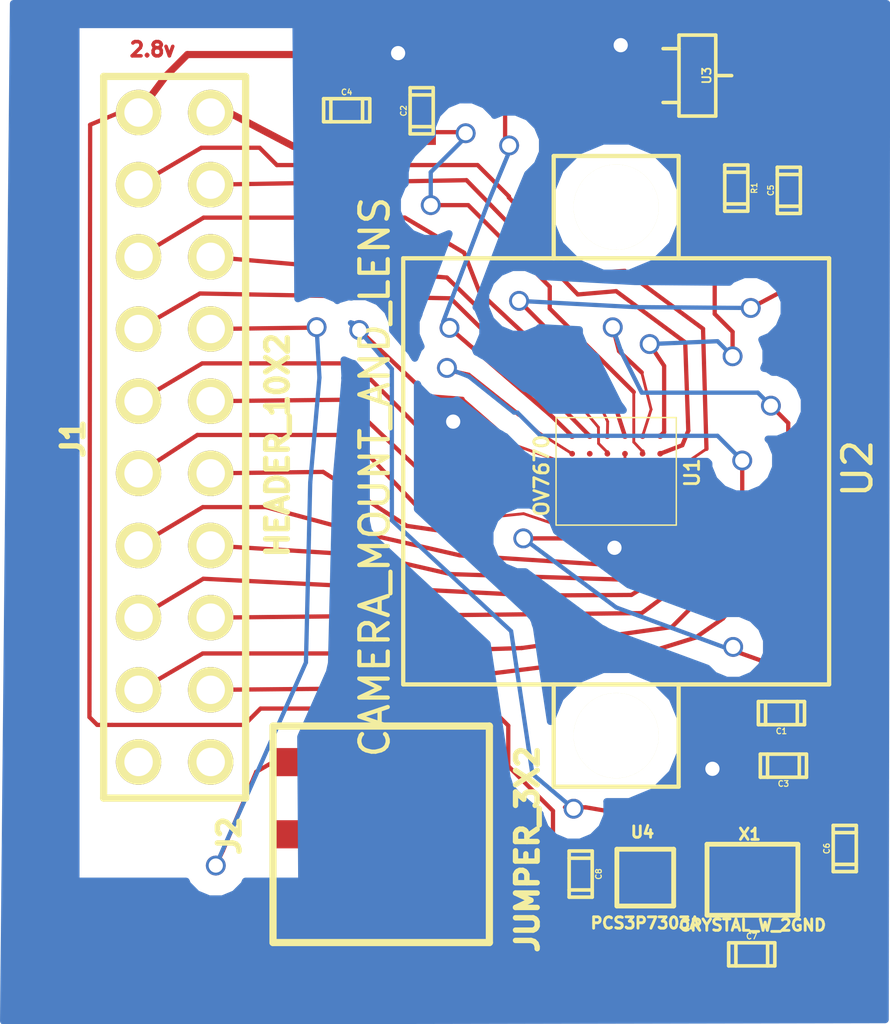
<source format=kicad_pcb>
(kicad_pcb (version 3) (host pcbnew "(2013-07-07 BZR 4022)-stable")

  (general
    (links 52)
    (no_connects 0)
    (area 0 0 0 0)
    (thickness 1.6)
    (drawings 1)
    (tracks 371)
    (zones 0)
    (modules 16)
    (nets 28)
  )

  (page A)
  (layers
    (15 F.Cu signal)
    (0 B.Cu signal)
    (16 B.Adhes user)
    (17 F.Adhes user)
    (18 B.Paste user)
    (19 F.Paste user)
    (20 B.SilkS user)
    (21 F.SilkS user)
    (22 B.Mask user)
    (23 F.Mask user)
    (24 Dwgs.User user)
    (25 Cmts.User user)
    (26 Eco1.User user)
    (27 Eco2.User user)
    (28 Edge.Cuts user)
  )

  (setup
    (last_trace_width 0.1)
    (user_trace_width 0.1)
    (user_trace_width 0.15)
    (user_trace_width 0.2)
    (user_trace_width 0.25)
    (user_trace_width 0.3)
    (user_trace_width 0.4)
    (user_trace_width 0.5)
    (user_trace_width 0.6)
    (user_trace_width 0.7)
    (user_trace_width 0.8)
    (user_trace_width 0.9)
    (user_trace_width 1)
    (trace_clearance 0.05)
    (zone_clearance 0.7)
    (zone_45_only no)
    (trace_min 0.1)
    (segment_width 0.2)
    (edge_width 0.1)
    (via_size 0.7)
    (via_drill 0.5)
    (via_min_size 0.7)
    (via_min_drill 0.5)
    (uvia_size 0.5)
    (uvia_drill 0.127)
    (uvias_allowed no)
    (uvia_min_size 0.5)
    (uvia_min_drill 0.127)
    (pcb_text_width 0.3)
    (pcb_text_size 1.5 1.5)
    (mod_edge_width 0.15)
    (mod_text_size 1 1)
    (mod_text_width 0.15)
    (pad_size 0.9906 2.54)
    (pad_drill 0)
    (pad_to_mask_clearance 0)
    (aux_axis_origin 0 0)
    (visible_elements 7FFFFFFF)
    (pcbplotparams
      (layerselection 3178497)
      (usegerberextensions true)
      (excludeedgelayer true)
      (linewidth 0.150000)
      (plotframeref false)
      (viasonmask false)
      (mode 1)
      (useauxorigin false)
      (hpglpennumber 1)
      (hpglpenspeed 20)
      (hpglpendiameter 15)
      (hpglpenoverlay 2)
      (psnegative false)
      (psa4output false)
      (plotreference true)
      (plotvalue true)
      (plotothertext true)
      (plotinvisibletext false)
      (padsonsilk false)
      (subtractmaskfromsilk false)
      (outputformat 1)
      (mirror false)
      (drillshape 0)
      (scaleselection 1)
      (outputdirectory ""))
  )

  (net 0 "")
  (net 1 +1.8v)
  (net 2 +2.8v)
  (net 3 AVDD)
  (net 4 D0)
  (net 5 D1)
  (net 6 D2)
  (net 7 D3)
  (net 8 D4)
  (net 9 D5)
  (net 10 D6)
  (net 11 D7)
  (net 12 GND)
  (net 13 HREF)
  (net 14 N-0000021)
  (net 15 N-0000023)
  (net 16 N-0000024)
  (net 17 N-0000026)
  (net 18 N-000008)
  (net 19 N-000009)
  (net 20 PCLK)
  (net 21 PWDN)
  (net 22 RD0)
  (net 23 RESET)
  (net 24 SIO_C)
  (net 25 SIO_D)
  (net 26 VSYNC)
  (net 27 XCLK)

  (net_class Default "This is the default net class."
    (clearance 0.05)
    (trace_width 0.5)
    (via_dia 0.7)
    (via_drill 0.5)
    (uvia_dia 0.5)
    (uvia_drill 0.127)
    (add_net "")
    (add_net +1.8v)
    (add_net +2.8v)
    (add_net AVDD)
    (add_net D0)
    (add_net D1)
    (add_net D2)
    (add_net D3)
    (add_net D4)
    (add_net D5)
    (add_net D6)
    (add_net D7)
    (add_net GND)
    (add_net HREF)
    (add_net N-0000021)
    (add_net N-0000023)
    (add_net N-0000024)
    (add_net N-0000026)
    (add_net N-000008)
    (add_net N-000009)
    (add_net PCLK)
    (add_net PWDN)
    (add_net RD0)
    (add_net RESET)
    (add_net SIO_C)
    (add_net SIO_D)
    (add_net VSYNC)
    (add_net XCLK)
  )

  (module TED_SM0603 (layer F.Cu) (tedit 527731CB) (tstamp 529595DA)
    (at 147.82 120.51 180)
    (descr "SMT capacitor, 0603")
    (path /52959381)
    (fp_text reference C1 (at 0 -0.635 180) (layer F.SilkS)
      (effects (font (size 0.20066 0.20066) (thickness 0.04064)))
    )
    (fp_text value .1uF (at 0 0.635 180) (layer F.SilkS) hide
      (effects (font (size 0.20066 0.20066) (thickness 0.04064)))
    )
    (fp_line (start 0.5588 0.4064) (end 0.5588 -0.4064) (layer F.SilkS) (width 0.127))
    (fp_line (start -0.5588 -0.381) (end -0.5588 0.4064) (layer F.SilkS) (width 0.127))
    (fp_line (start -0.8128 -0.4064) (end 0.8128 -0.4064) (layer F.SilkS) (width 0.127))
    (fp_line (start 0.8128 -0.4064) (end 0.8128 0.4064) (layer F.SilkS) (width 0.127))
    (fp_line (start 0.8128 0.4064) (end -0.8128 0.4064) (layer F.SilkS) (width 0.127))
    (fp_line (start -0.8128 0.4064) (end -0.8128 -0.4064) (layer F.SilkS) (width 0.127))
    (pad 2 smd rect (at 0.75184 0 180) (size 0.89916 1.00076)
      (layers F.Cu F.Paste F.Mask)
      (net 12 GND)
      (clearance 0.1)
    )
    (pad 1 smd rect (at -0.75184 0 180) (size 0.89916 1.00076)
      (layers F.Cu F.Paste F.Mask)
      (net 18 N-000008)
      (clearance 0.1)
    )
    (model smd/capacitors/c_0603.wrl
      (at (xyz 0 0 0))
      (scale (xyz 1 1 1))
      (rotate (xyz 0 0 0))
    )
  )

  (module TED_SM0603 (layer F.Cu) (tedit 527731CB) (tstamp 529595E6)
    (at 135.15 99.31 90)
    (descr "SMT capacitor, 0603")
    (path /5295936A)
    (fp_text reference C2 (at 0 -0.635 90) (layer F.SilkS)
      (effects (font (size 0.20066 0.20066) (thickness 0.04064)))
    )
    (fp_text value .1uF (at 0 0.635 90) (layer F.SilkS) hide
      (effects (font (size 0.20066 0.20066) (thickness 0.04064)))
    )
    (fp_line (start 0.5588 0.4064) (end 0.5588 -0.4064) (layer F.SilkS) (width 0.127))
    (fp_line (start -0.5588 -0.381) (end -0.5588 0.4064) (layer F.SilkS) (width 0.127))
    (fp_line (start -0.8128 -0.4064) (end 0.8128 -0.4064) (layer F.SilkS) (width 0.127))
    (fp_line (start 0.8128 -0.4064) (end 0.8128 0.4064) (layer F.SilkS) (width 0.127))
    (fp_line (start 0.8128 0.4064) (end -0.8128 0.4064) (layer F.SilkS) (width 0.127))
    (fp_line (start -0.8128 0.4064) (end -0.8128 -0.4064) (layer F.SilkS) (width 0.127))
    (pad 2 smd rect (at 0.75184 0 90) (size 0.89916 1.00076)
      (layers F.Cu F.Paste F.Mask)
      (net 12 GND)
      (clearance 0.1)
    )
    (pad 1 smd rect (at -0.75184 0 90) (size 0.89916 1.00076)
      (layers F.Cu F.Paste F.Mask)
      (net 19 N-000009)
      (clearance 0.1)
    )
    (model smd/capacitors/c_0603.wrl
      (at (xyz 0 0 0))
      (scale (xyz 1 1 1))
      (rotate (xyz 0 0 0))
    )
  )

  (module TED_SM0603 (layer F.Cu) (tedit 527731CB) (tstamp 529595F2)
    (at 147.89 122.36 180)
    (descr "SMT capacitor, 0603")
    (path /529595DF)
    (fp_text reference C3 (at 0 -0.635 180) (layer F.SilkS)
      (effects (font (size 0.20066 0.20066) (thickness 0.04064)))
    )
    (fp_text value 4.7uF (at 0 0.635 180) (layer F.SilkS) hide
      (effects (font (size 0.20066 0.20066) (thickness 0.04064)))
    )
    (fp_line (start 0.5588 0.4064) (end 0.5588 -0.4064) (layer F.SilkS) (width 0.127))
    (fp_line (start -0.5588 -0.381) (end -0.5588 0.4064) (layer F.SilkS) (width 0.127))
    (fp_line (start -0.8128 -0.4064) (end 0.8128 -0.4064) (layer F.SilkS) (width 0.127))
    (fp_line (start 0.8128 -0.4064) (end 0.8128 0.4064) (layer F.SilkS) (width 0.127))
    (fp_line (start 0.8128 0.4064) (end -0.8128 0.4064) (layer F.SilkS) (width 0.127))
    (fp_line (start -0.8128 0.4064) (end -0.8128 -0.4064) (layer F.SilkS) (width 0.127))
    (pad 2 smd rect (at 0.75184 0 180) (size 0.89916 1.00076)
      (layers F.Cu F.Paste F.Mask)
      (net 12 GND)
      (clearance 0.1)
    )
    (pad 1 smd rect (at -0.75184 0 180) (size 0.89916 1.00076)
      (layers F.Cu F.Paste F.Mask)
      (net 1 +1.8v)
      (clearance 0.1)
    )
    (model smd/capacitors/c_0603.wrl
      (at (xyz 0 0 0))
      (scale (xyz 1 1 1))
      (rotate (xyz 0 0 0))
    )
  )

  (module TED_SM0603 (layer F.Cu) (tedit 527731CB) (tstamp 529595FE)
    (at 132.51 99.29)
    (descr "SMT capacitor, 0603")
    (path /529595B4)
    (fp_text reference C4 (at 0 -0.635) (layer F.SilkS)
      (effects (font (size 0.20066 0.20066) (thickness 0.04064)))
    )
    (fp_text value 4.7uF (at 0 0.635) (layer F.SilkS) hide
      (effects (font (size 0.20066 0.20066) (thickness 0.04064)))
    )
    (fp_line (start 0.5588 0.4064) (end 0.5588 -0.4064) (layer F.SilkS) (width 0.127))
    (fp_line (start -0.5588 -0.381) (end -0.5588 0.4064) (layer F.SilkS) (width 0.127))
    (fp_line (start -0.8128 -0.4064) (end 0.8128 -0.4064) (layer F.SilkS) (width 0.127))
    (fp_line (start 0.8128 -0.4064) (end 0.8128 0.4064) (layer F.SilkS) (width 0.127))
    (fp_line (start 0.8128 0.4064) (end -0.8128 0.4064) (layer F.SilkS) (width 0.127))
    (fp_line (start -0.8128 0.4064) (end -0.8128 -0.4064) (layer F.SilkS) (width 0.127))
    (pad 2 smd rect (at 0.75184 0) (size 0.89916 1.00076)
      (layers F.Cu F.Paste F.Mask)
      (net 12 GND)
      (clearance 0.1)
    )
    (pad 1 smd rect (at -0.75184 0) (size 0.89916 1.00076)
      (layers F.Cu F.Paste F.Mask)
      (net 2 +2.8v)
      (clearance 0.1)
    )
    (model smd/capacitors/c_0603.wrl
      (at (xyz 0 0 0))
      (scale (xyz 1 1 1))
      (rotate (xyz 0 0 0))
    )
  )

  (module TED_SM0603 (layer F.Cu) (tedit 527731CB) (tstamp 5295960A)
    (at 148.08 102.11 90)
    (descr "SMT capacitor, 0603")
    (path /529595D2)
    (fp_text reference C5 (at 0 -0.635 90) (layer F.SilkS)
      (effects (font (size 0.20066 0.20066) (thickness 0.04064)))
    )
    (fp_text value 4.7uF (at 0 0.635 90) (layer F.SilkS) hide
      (effects (font (size 0.20066 0.20066) (thickness 0.04064)))
    )
    (fp_line (start 0.5588 0.4064) (end 0.5588 -0.4064) (layer F.SilkS) (width 0.127))
    (fp_line (start -0.5588 -0.381) (end -0.5588 0.4064) (layer F.SilkS) (width 0.127))
    (fp_line (start -0.8128 -0.4064) (end 0.8128 -0.4064) (layer F.SilkS) (width 0.127))
    (fp_line (start 0.8128 -0.4064) (end 0.8128 0.4064) (layer F.SilkS) (width 0.127))
    (fp_line (start 0.8128 0.4064) (end -0.8128 0.4064) (layer F.SilkS) (width 0.127))
    (fp_line (start -0.8128 0.4064) (end -0.8128 -0.4064) (layer F.SilkS) (width 0.127))
    (pad 2 smd rect (at 0.75184 0 90) (size 0.89916 1.00076)
      (layers F.Cu F.Paste F.Mask)
      (net 12 GND)
      (clearance 0.1)
    )
    (pad 1 smd rect (at -0.75184 0 90) (size 0.89916 1.00076)
      (layers F.Cu F.Paste F.Mask)
      (net 3 AVDD)
      (clearance 0.1)
    )
    (model smd/capacitors/c_0603.wrl
      (at (xyz 0 0 0))
      (scale (xyz 1 1 1))
      (rotate (xyz 0 0 0))
    )
  )

  (module TED_HEADER_10x2_BOTTOM_SIDE (layer F.Cu) (tedit 528EF672) (tstamp 52CBA86D)
    (at 126.45 110.8 270)
    (path /52956095)
    (fp_text reference J1 (at 0.05 3.575 270) (layer F.SilkS)
      (effects (font (size 0.762 0.762) (thickness 0.1905)))
    )
    (fp_text value HEADER_10X2 (at 0.275 -3.625 270) (layer F.SilkS)
      (effects (font (size 0.762 0.762) (thickness 0.1905)))
    )
    (fp_line (start 12.7 -2.5) (end 12.7 2.5) (layer F.SilkS) (width 0.254))
    (fp_line (start 12.7 -2.5) (end -12.7 -2.5) (layer F.SilkS) (width 0.254))
    (fp_line (start 12.7 2.5) (end -12.7 2.5) (layer F.SilkS) (width 0.254))
    (fp_line (start -12.7 2.5) (end -12.7 -2.5) (layer F.SilkS) (width 0.254))
    (pad 11 thru_hole circle (at 11.43 -1.27 270) (size 1.6 1.6) (drill 1)
      (layers *.Mask F.Cu F.SilkS)
    )
    (pad 10 thru_hole circle (at 11.43 1.27 270) (size 1.6 1.6) (drill 1)
      (layers *.Mask F.Cu F.SilkS)
    )
    (pad 14 thru_hole circle (at 3.81 -1.27 270) (size 1.6 1.6) (drill 1)
      (layers *.Mask F.Cu F.SilkS)
      (net 6 D2)
    )
    (pad 8 thru_hole circle (at 6.35 1.27 270) (size 1.6 1.6) (drill 1)
      (layers *.Mask F.Cu F.SilkS)
      (net 5 D1)
    )
    (pad 9 thru_hole circle (at 8.89 1.27 270) (size 1.6 1.6) (drill 1)
      (layers *.Mask F.Cu F.SilkS)
      (net 23 RESET)
    )
    (pad 12 thru_hole circle (at 8.89 -1.27 270) (size 1.6 1.6) (drill 1)
      (layers *.Mask F.Cu F.SilkS)
      (net 21 PWDN)
    )
    (pad 13 thru_hole circle (at 6.35 -1.27 270) (size 1.6 1.6) (drill 1)
      (layers *.Mask F.Cu F.SilkS)
      (net 4 D0)
    )
    (pad 15 thru_hole circle (at 1.27 -1.27 270) (size 1.6 1.6) (drill 1)
      (layers *.Mask F.Cu F.SilkS)
      (net 8 D4)
    )
    (pad 7 thru_hole circle (at 3.81 1.27 270) (size 1.6 1.6) (drill 1)
      (layers *.Mask F.Cu F.SilkS)
      (net 7 D3)
    )
    (pad 6 thru_hole circle (at 1.27 1.27 270) (size 1.6 1.6) (drill 1)
      (layers *.Mask F.Cu F.SilkS)
      (net 9 D5)
    )
    (pad 5 thru_hole circle (at -1.27 1.27 270) (size 1.6 1.6) (drill 1)
      (layers *.Mask F.Cu F.SilkS)
      (net 11 D7)
    )
    (pad 1 thru_hole circle (at -11.43 1.27 270) (size 1.6 1.6) (drill 1)
      (layers *.Mask F.Cu F.SilkS)
      (net 2 +2.8v)
    )
    (pad 2 thru_hole circle (at -8.89 1.27 270) (size 1.6 1.6) (drill 1)
      (layers *.Mask F.Cu F.SilkS)
      (net 24 SIO_C)
    )
    (pad 3 thru_hole circle (at -6.35 1.27 270) (size 1.6 1.6) (drill 1)
      (layers *.Mask F.Cu F.SilkS)
      (net 26 VSYNC)
    )
    (pad 4 thru_hole circle (at -3.81 1.27 270) (size 1.6 1.6) (drill 1)
      (layers *.Mask F.Cu F.SilkS)
      (net 20 PCLK)
    )
    (pad 16 thru_hole circle (at -1.27 -1.27 270) (size 1.6 1.6) (drill 1)
      (layers *.Mask F.Cu F.SilkS)
      (net 10 D6)
    )
    (pad 17 thru_hole circle (at -3.81 -1.27 270) (size 1.6 1.6) (drill 1)
      (layers *.Mask F.Cu F.SilkS)
      (net 22 RD0)
    )
    (pad 18 thru_hole circle (at -6.35 -1.27 270) (size 1.6 1.6) (drill 1)
      (layers *.Mask F.Cu F.SilkS)
      (net 13 HREF)
    )
    (pad 19 thru_hole circle (at -8.89 -1.27 270) (size 1.6 1.6) (drill 1)
      (layers *.Mask F.Cu F.SilkS)
      (net 25 SIO_D)
    )
    (pad 20 thru_hole circle (at -11.43 -1.27 270) (size 1.6 1.6) (drill 1)
      (layers *.Mask F.Cu F.SilkS)
      (net 12 GND)
    )
  )

  (module TED_SM0603 (layer F.Cu) (tedit 527731CB) (tstamp 52959632)
    (at 146.23 102.03 270)
    (descr "SMT capacitor, 0603")
    (path /529595EE)
    (fp_text reference R1 (at 0 -0.635 270) (layer F.SilkS)
      (effects (font (size 0.20066 0.20066) (thickness 0.04064)))
    )
    (fp_text value 10 (at 0 0.635 270) (layer F.SilkS) hide
      (effects (font (size 0.20066 0.20066) (thickness 0.04064)))
    )
    (fp_line (start 0.5588 0.4064) (end 0.5588 -0.4064) (layer F.SilkS) (width 0.127))
    (fp_line (start -0.5588 -0.381) (end -0.5588 0.4064) (layer F.SilkS) (width 0.127))
    (fp_line (start -0.8128 -0.4064) (end 0.8128 -0.4064) (layer F.SilkS) (width 0.127))
    (fp_line (start 0.8128 -0.4064) (end 0.8128 0.4064) (layer F.SilkS) (width 0.127))
    (fp_line (start 0.8128 0.4064) (end -0.8128 0.4064) (layer F.SilkS) (width 0.127))
    (fp_line (start -0.8128 0.4064) (end -0.8128 -0.4064) (layer F.SilkS) (width 0.127))
    (pad 2 smd rect (at 0.75184 0 270) (size 0.89916 1.00076)
      (layers F.Cu F.Paste F.Mask)
      (net 3 AVDD)
      (clearance 0.1)
    )
    (pad 1 smd rect (at -0.75184 0 270) (size 0.89916 1.00076)
      (layers F.Cu F.Paste F.Mask)
      (net 2 +2.8v)
      (clearance 0.1)
    )
    (model smd/capacitors/c_0603.wrl
      (at (xyz 0 0 0))
      (scale (xyz 1 1 1))
      (rotate (xyz 0 0 0))
    )
  )

  (module TED_CAMERA_M12x0.5_mount (layer F.Cu) (tedit 52959A2D) (tstamp 52959ABA)
    (at 142 112 270)
    (path /52959B02)
    (fp_text reference U2 (at -0.1 -8.5 270) (layer F.SilkS)
      (effects (font (size 1 1) (thickness 0.15)))
    )
    (fp_text value CAMERA_MOUNT_AND_LENS (at 0.2 8.5 270) (layer F.SilkS)
      (effects (font (size 1 1) (thickness 0.15)))
    )
    (fp_line (start -7.5 -2.2) (end -11.1 -2.2) (layer F.SilkS) (width 0.15))
    (fp_line (start -11.1 -2.2) (end -11.1 2.2) (layer F.SilkS) (width 0.15))
    (fp_line (start -11.1 2.2) (end -7.5 2.2) (layer F.SilkS) (width 0.15))
    (fp_line (start 7.5 -2.2) (end 11.1 -2.2) (layer F.SilkS) (width 0.15))
    (fp_line (start 11.1 -2.2) (end 11.1 2.2) (layer F.SilkS) (width 0.15))
    (fp_line (start 11.1 2.2) (end 7.5 2.2) (layer F.SilkS) (width 0.15))
    (fp_line (start -7.5 -7.5) (end -7.5 7.5) (layer F.SilkS) (width 0.15))
    (fp_line (start -7.5 7.5) (end 7.5 7.5) (layer F.SilkS) (width 0.15))
    (fp_line (start 7.5 7.5) (end 7.5 -7.5) (layer F.SilkS) (width 0.15))
    (fp_line (start 7.5 -7.5) (end -7.5 -7.5) (layer F.SilkS) (width 0.15))
    (pad "" np_thru_hole circle (at 9.3 0 270) (size 3 3) (drill 3)
      (layers *.Cu *.Mask F.SilkS)
    )
    (pad "" np_thru_hole circle (at -9.3 0 270) (size 3 3) (drill 3)
      (layers *.Cu *.Mask F.SilkS)
    )
  )

  (module TED_SC59 (layer F.Cu) (tedit 52981019) (tstamp 52983C4E)
    (at 144.86 98.07 270)
    (descr SC70)
    (path /52980CF3)
    (attr smd)
    (fp_text reference U3 (at 0 -0.3302 270) (layer F.SilkS)
      (effects (font (size 0.29972 0.29972) (thickness 0.06096)))
    )
    (fp_text value REGULATOR_1.8V (at 0 0.3302 270) (layer F.SilkS) hide
      (effects (font (size 0.29972 0.29972) (thickness 0.06096)))
    )
    (fp_line (start 0 -0.6477) (end 0 -1.2065) (layer F.SilkS) (width 0.127))
    (fp_line (start 0.9477 0.6477) (end 0.9477 1.2065) (layer F.SilkS) (width 0.127))
    (fp_line (start -0.9477 0.6477) (end -0.9477 1.2065) (layer F.SilkS) (width 0.127))
    (fp_line (start -1.425 -0.6477) (end 1.425 -0.6477) (layer F.SilkS) (width 0.127))
    (fp_line (start 1.425 -0.6477) (end 1.425 0.6477) (layer F.SilkS) (width 0.127))
    (fp_line (start 1.425 0.6477) (end -1.425 0.6477) (layer F.SilkS) (width 0.127))
    (fp_line (start -1.425 0.6477) (end -1.425 -0.6477) (layer F.SilkS) (width 0.127))
    (pad 1 smd rect (at -0.95 1.016 270) (size 0.4 0.6125)
      (layers F.Cu F.Paste F.Mask)
      (net 12 GND)
    )
    (pad 3 smd rect (at 0.95 1.016 270) (size 0.4 0.6125)
      (layers F.Cu F.Paste F.Mask)
      (net 2 +2.8v)
    )
    (pad 2 smd rect (at 0 -1.016 270) (size 0.4 0.6125)
      (layers F.Cu F.Paste F.Mask)
      (net 1 +1.8v)
    )
    (model smd/smd_transistors/sc70.wrl
      (at (xyz 0 0 0))
      (scale (xyz 1 1 1))
      (rotate (xyz 0 0 0))
    )
  )

  (module TED_CSP2-24 (layer F.Cu) (tedit 52AD3326) (tstamp 5295965E)
    (at 142 112 270)
    (path /52958E0C)
    (fp_text reference U1 (at 0.05 -2.675 270) (layer F.SilkS)
      (effects (font (size 0.50038 0.50038) (thickness 0.09906)))
    )
    (fp_text value OV7670 (at 0.15 2.625 270) (layer F.SilkS)
      (effects (font (size 0.50038 0.50038) (thickness 0.09906)))
    )
    (fp_line (start -1.8925 -2.1175) (end 1.8925 -2.1175) (layer F.SilkS) (width 0.0508))
    (fp_line (start 1.8925 -2.1175) (end 1.8925 2.1175) (layer F.SilkS) (width 0.0508))
    (fp_line (start 1.8925 2.1175) (end -1.8925 2.1175) (layer F.SilkS) (width 0.0508))
    (fp_line (start -1.8925 2.1175) (end -1.8925 -2.1175) (layer F.SilkS) (width 0.0508))
    (pad E4 smd circle (at 0.62 0.93 270) (size 0.2 0.2)
      (layers F.Cu F.Paste F.Mask)
      (net 11 D7)
      (clearance 0.05)
    )
    (pad E5 smd circle (at 1.24 0.93 270) (size 0.2 0.2)
      (layers F.Cu F.Paste F.Mask)
      (net 9 D5)
      (clearance 0.05)
    )
    (pad F5 smd circle (at 1.24 1.55 270) (size 0.2 0.2)
      (layers F.Cu F.Paste F.Mask)
      (net 8 D4)
      (clearance 0.05)
    )
    (pad F4 smd circle (at 0.62 1.55 270) (size 0.2 0.2)
      (layers F.Cu F.Paste F.Mask)
      (net 10 D6)
      (clearance 0.05)
    )
    (pad E2 smd circle (at -0.62 0.93 270) (size 0.2 0.2)
      (layers F.Cu F.Paste F.Mask)
      (clearance 0.05)
    )
    (pad E1 smd circle (at -1.24 0.93 270) (size 0.2 0.2)
      (layers F.Cu F.Paste F.Mask)
      (net 20 PCLK)
      (clearance 0.05)
    )
    (pad F1 smd circle (at -1.24 1.55 270) (size 0.2 0.2)
      (layers F.Cu F.Paste F.Mask)
      (net 2 +2.8v)
      (clearance 0.05)
    )
    (pad F2 smd circle (at -0.62 1.55 270) (size 0.2 0.2)
      (layers F.Cu F.Paste F.Mask)
      (net 23 RESET)
      (clearance 0.05)
    )
    (pad B4 smd circle (at 0.62 -0.93 270) (size 0.2 0.2)
      (layers F.Cu F.Paste F.Mask)
      (net 4 D0)
      (clearance 0.05)
    )
    (pad B5 smd circle (at 1.24 -0.93 270) (size 0.2 0.2)
      (layers F.Cu F.Paste F.Mask)
      (net 6 D2)
      (clearance 0.05)
    )
    (pad B2 smd circle (at -0.62 -0.93 270) (size 0.2 0.2)
      (layers F.Cu F.Paste F.Mask)
      (net 19 N-000009)
      (clearance 0.05)
    )
    (pad B1 smd circle (at -1.24 -0.93 270) (size 0.2 0.2)
      (layers F.Cu F.Paste F.Mask)
      (net 21 PWDN)
      (clearance 0.05)
    )
    (pad A5 smd circle (at 1.24 -1.55 270) (size 0.2 0.2)
      (layers F.Cu F.Paste F.Mask)
      (net 7 D3)
      (clearance 0.05)
    )
    (pad A4 smd circle (at 0.62 -1.55 270) (size 0.2 0.2)
      (layers F.Cu F.Paste F.Mask)
      (net 5 D1)
      (clearance 0.05)
    )
    (pad A1 smd circle (at -1.24 -1.55 270) (size 0.2 0.2)
      (layers F.Cu F.Paste F.Mask)
      (net 3 AVDD)
      (clearance 0.05)
    )
    (pad A2 smd circle (at -0.62 -1.55 270) (size 0.2 0.2)
      (layers F.Cu F.Paste F.Mask)
      (net 25 SIO_D)
      (clearance 0.05)
    )
    (pad A3 smd circle (at 0 -1.55 270) (size 0.2 0.2)
      (layers F.Cu F.Paste F.Mask)
      (net 24 SIO_C)
      (clearance 0.05)
    )
    (pad B3 smd circle (at 0 -0.93 270) (size 0.2 0.2)
      (layers F.Cu F.Paste F.Mask)
      (net 12 GND)
      (clearance 0.05)
    )
    (pad E3 smd circle (at 0 0.93 270) (size 0.2 0.2)
      (layers F.Cu F.Paste F.Mask)
      (net 27 XCLK)
      (clearance 0.05)
    )
    (pad F3 smd circle (at 0 1.55 270) (size 0.2 0.2)
      (layers F.Cu F.Paste F.Mask)
      (net 12 GND)
      (clearance 0.05)
    )
    (pad C1 smd circle (at -1.24 -0.31 270) (size 0.2 0.2)
      (layers F.Cu F.Paste F.Mask)
      (net 1 +1.8v)
      (clearance 0.05)
    )
    (pad D1 smd circle (at -1.24 0.31 270) (size 0.2 0.2)
      (layers F.Cu F.Paste F.Mask)
      (net 26 VSYNC)
      (clearance 0.05)
    )
    (pad C2 smd circle (at -0.62 -0.31 270) (size 0.2 0.2)
      (layers F.Cu F.Paste F.Mask)
      (net 18 N-000008)
      (clearance 0.05)
    )
    (pad D2 smd circle (at -0.62 0.31 270) (size 0.2 0.2)
      (layers F.Cu F.Paste F.Mask)
      (net 13 HREF)
      (clearance 0.05)
    )
  )

  (module TED_TSX_3225 (layer F.Cu) (tedit 52CB34BB) (tstamp 52CB971D)
    (at 146.8 126.375)
    (path /52CB3436)
    (fp_text reference X1 (at -0.1 -1.6) (layer F.SilkS)
      (effects (font (size 0.4 0.4) (thickness 0.1)))
    )
    (fp_text value CRYSTAL_W_2GND (at 0 1.6) (layer F.SilkS)
      (effects (font (size 0.4 0.4) (thickness 0.1)))
    )
    (fp_line (start -1.6 -1.25) (end 1.6 -1.25) (layer F.SilkS) (width 0.17018))
    (fp_line (start 1.6 -1.25) (end 1.6 1.25) (layer F.SilkS) (width 0.17018))
    (fp_line (start 1.6 1.25) (end -1.6 1.25) (layer F.SilkS) (width 0.17018))
    (fp_line (start -1.6 1.25) (end -1.6 -1.25) (layer F.SilkS) (width 0.17018))
    (pad 1 smd rect (at -1 0.75) (size 1 0.8)
      (layers F.Cu F.Paste F.Mask)
      (net 14 N-0000021)
    )
    (pad 2 smd rect (at 1 0.75) (size 1 0.8)
      (layers F.Cu F.Paste F.Mask)
      (net 12 GND)
    )
    (pad 3 smd rect (at 1 -0.75) (size 1 0.8)
      (layers F.Cu F.Paste F.Mask)
      (net 15 N-0000023)
    )
    (pad 4 smd rect (at -1 -0.75) (size 1 0.8)
      (layers F.Cu F.Paste F.Mask)
      (net 12 GND)
    )
  )

  (module TED_DFN-8 (layer F.Cu) (tedit 52CB2253) (tstamp 52CB972D)
    (at 143.025 126.3)
    (path /52CB2B02)
    (fp_text reference U4 (at -0.1 -1.6) (layer F.SilkS)
      (effects (font (size 0.4 0.4) (thickness 0.1)))
    )
    (fp_text value PCS3P7303A (at 0 1.6) (layer F.SilkS)
      (effects (font (size 0.4 0.4) (thickness 0.1)))
    )
    (fp_line (start -1 -1) (end 1 -1) (layer F.SilkS) (width 0.17018))
    (fp_line (start 1 -1) (end 1 1) (layer F.SilkS) (width 0.17018))
    (fp_line (start 1 1) (end -1 1) (layer F.SilkS) (width 0.17018))
    (fp_line (start -1 1) (end -1 -1) (layer F.SilkS) (width 0.17018))
    (pad 5 smd rect (at 0.75 -0.725) (size 0.25 0.55)
      (layers F.Cu F.Paste F.Mask)
      (net 27 XCLK)
    )
    (pad 6 smd rect (at 0.25 -0.725) (size 0.25 0.55)
      (layers F.Cu F.Paste F.Mask)
      (net 12 GND)
    )
    (pad 7 smd rect (at -0.25 -0.725) (size 0.25 0.55)
      (layers F.Cu F.Paste F.Mask)
      (net 2 +2.8v)
    )
    (pad 8 smd rect (at -0.75 -0.725) (size 0.25 0.55)
      (layers F.Cu F.Paste F.Mask)
      (net 2 +2.8v)
    )
    (pad 1 smd rect (at -0.75 0.725) (size 0.25 0.55)
      (layers F.Cu F.Paste F.Mask)
      (net 17 N-0000026)
    )
    (pad 2 smd rect (at -0.25 0.725) (size 0.25 0.55)
      (layers F.Cu F.Paste F.Mask)
      (net 16 N-0000024)
    )
    (pad 3 smd rect (at 0.25 0.725) (size 0.25 0.55)
      (layers F.Cu F.Paste F.Mask)
      (net 12 GND)
    )
    (pad 4 smd rect (at 0.75 0.725) (size 0.25 0.55)
      (layers F.Cu F.Paste F.Mask)
      (net 12 GND)
    )
  )

  (module TED_SM0603 (layer F.Cu) (tedit 527731CB) (tstamp 52CB9FB6)
    (at 140.75 126.175 270)
    (descr "SMT capacitor, 0603")
    (path /52CB2BCD)
    (fp_text reference C8 (at 0 -0.635 270) (layer F.SilkS)
      (effects (font (size 0.20066 0.20066) (thickness 0.04064)))
    )
    (fp_text value .1uF (at 0 0.635 270) (layer F.SilkS) hide
      (effects (font (size 0.20066 0.20066) (thickness 0.04064)))
    )
    (fp_line (start 0.5588 0.4064) (end 0.5588 -0.4064) (layer F.SilkS) (width 0.127))
    (fp_line (start -0.5588 -0.381) (end -0.5588 0.4064) (layer F.SilkS) (width 0.127))
    (fp_line (start -0.8128 -0.4064) (end 0.8128 -0.4064) (layer F.SilkS) (width 0.127))
    (fp_line (start 0.8128 -0.4064) (end 0.8128 0.4064) (layer F.SilkS) (width 0.127))
    (fp_line (start 0.8128 0.4064) (end -0.8128 0.4064) (layer F.SilkS) (width 0.127))
    (fp_line (start -0.8128 0.4064) (end -0.8128 -0.4064) (layer F.SilkS) (width 0.127))
    (pad 2 smd rect (at 0.75184 0 270) (size 0.89916 1.00076)
      (layers F.Cu F.Paste F.Mask)
      (net 12 GND)
      (clearance 0.1)
    )
    (pad 1 smd rect (at -0.75184 0 270) (size 0.89916 1.00076)
      (layers F.Cu F.Paste F.Mask)
      (net 2 +2.8v)
      (clearance 0.1)
    )
    (model smd/capacitors/c_0603.wrl
      (at (xyz 0 0 0))
      (scale (xyz 1 1 1))
      (rotate (xyz 0 0 0))
    )
  )

  (module TED_SM0603 (layer F.Cu) (tedit 527731CB) (tstamp 52CB9FC2)
    (at 150.05 125.275 90)
    (descr "SMT capacitor, 0603")
    (path /52CB3A41)
    (fp_text reference C6 (at 0 -0.635 90) (layer F.SilkS)
      (effects (font (size 0.20066 0.20066) (thickness 0.04064)))
    )
    (fp_text value 9pF (at 0 0.635 90) (layer F.SilkS) hide
      (effects (font (size 0.20066 0.20066) (thickness 0.04064)))
    )
    (fp_line (start 0.5588 0.4064) (end 0.5588 -0.4064) (layer F.SilkS) (width 0.127))
    (fp_line (start -0.5588 -0.381) (end -0.5588 0.4064) (layer F.SilkS) (width 0.127))
    (fp_line (start -0.8128 -0.4064) (end 0.8128 -0.4064) (layer F.SilkS) (width 0.127))
    (fp_line (start 0.8128 -0.4064) (end 0.8128 0.4064) (layer F.SilkS) (width 0.127))
    (fp_line (start 0.8128 0.4064) (end -0.8128 0.4064) (layer F.SilkS) (width 0.127))
    (fp_line (start -0.8128 0.4064) (end -0.8128 -0.4064) (layer F.SilkS) (width 0.127))
    (pad 2 smd rect (at 0.75184 0 90) (size 0.89916 1.00076)
      (layers F.Cu F.Paste F.Mask)
      (net 12 GND)
      (clearance 0.1)
    )
    (pad 1 smd rect (at -0.75184 0 90) (size 0.89916 1.00076)
      (layers F.Cu F.Paste F.Mask)
      (net 15 N-0000023)
      (clearance 0.1)
    )
    (model smd/capacitors/c_0603.wrl
      (at (xyz 0 0 0))
      (scale (xyz 1 1 1))
      (rotate (xyz 0 0 0))
    )
  )

  (module TED_SM0603 (layer F.Cu) (tedit 527731CB) (tstamp 52CB9FCE)
    (at 146.775 129)
    (descr "SMT capacitor, 0603")
    (path /52CB3A55)
    (fp_text reference C7 (at 0 -0.635) (layer F.SilkS)
      (effects (font (size 0.20066 0.20066) (thickness 0.04064)))
    )
    (fp_text value 9pF (at 0 0.635) (layer F.SilkS) hide
      (effects (font (size 0.20066 0.20066) (thickness 0.04064)))
    )
    (fp_line (start 0.5588 0.4064) (end 0.5588 -0.4064) (layer F.SilkS) (width 0.127))
    (fp_line (start -0.5588 -0.381) (end -0.5588 0.4064) (layer F.SilkS) (width 0.127))
    (fp_line (start -0.8128 -0.4064) (end 0.8128 -0.4064) (layer F.SilkS) (width 0.127))
    (fp_line (start 0.8128 -0.4064) (end 0.8128 0.4064) (layer F.SilkS) (width 0.127))
    (fp_line (start 0.8128 0.4064) (end -0.8128 0.4064) (layer F.SilkS) (width 0.127))
    (fp_line (start -0.8128 0.4064) (end -0.8128 -0.4064) (layer F.SilkS) (width 0.127))
    (pad 2 smd rect (at 0.75184 0) (size 0.89916 1.00076)
      (layers F.Cu F.Paste F.Mask)
      (net 12 GND)
      (clearance 0.1)
    )
    (pad 1 smd rect (at -0.75184 0) (size 0.89916 1.00076)
      (layers F.Cu F.Paste F.Mask)
      (net 14 N-0000021)
      (clearance 0.1)
    )
    (model smd/capacitors/c_0603.wrl
      (at (xyz 0 0 0))
      (scale (xyz 1 1 1))
      (rotate (xyz 0 0 0))
    )
  )

  (module TED_HEADER_3x2_SMT (layer F.Cu) (tedit 52CB3F8A) (tstamp 52CB9FD9)
    (at 133.725 124.775 270)
    (path /52CB4751)
    (fp_text reference J2 (at 0.05 5.35 270) (layer F.SilkS)
      (effects (font (size 0.762 0.762) (thickness 0.1905)))
    )
    (fp_text value JUMPER_3X2 (at 0.525 -5.15 270) (layer F.SilkS)
      (effects (font (size 0.762 0.762) (thickness 0.1905)))
    )
    (fp_line (start 3.81 -3.81) (end -3.81 -3.81) (layer F.SilkS) (width 0.254))
    (fp_line (start 3.81 -3.81) (end 3.81 3.81) (layer F.SilkS) (width 0.254))
    (fp_line (start 3.81 3.81) (end -3.81 3.81) (layer F.SilkS) (width 0.254))
    (fp_line (start -3.81 3.81) (end -3.81 -3.81) (layer F.SilkS) (width 0.254))
    (pad 1 smd rect (at -2.54 2.54 270) (size 0.9906 2.54)
      (layers F.Cu F.Paste F.Mask)
      (net 22 RD0)
      (clearance 0.508)
    )
    (pad 2 smd rect (at 0 2.54 270) (size 0.9906 2.54)
      (layers F.Cu F.Paste F.Mask)
      (net 17 N-0000026)
      (clearance 0.508)
    )
    (pad 3 smd rect (at 2.54 2.54 270) (size 0.9906 2.54)
      (layers F.Cu F.Paste F.Mask)
      (net 15 N-0000023)
      (clearance 0.508)
    )
    (pad 4 smd rect (at 2.54 -2.54 270) (size 0.9906 2.54)
      (layers F.Cu F.Paste F.Mask)
      (net 14 N-0000021)
      (clearance 0.508)
    )
    (pad 5 smd rect (at 0 -2.54 270) (size 0.9906 2.54)
      (layers F.Cu F.Paste F.Mask)
      (net 16 N-0000024)
      (clearance 0.508)
    )
    (pad 6 smd rect (at -2.54 -2.54 270) (size 0.9906 2.54)
      (layers F.Cu F.Paste F.Mask)
      (clearance 0.508)
    )
  )

  (gr_text 2.8v (at 125.67 97.15) (layer F.Cu)
    (effects (font (size 0.5 0.5) (thickness 0.125)))
  )

  (segment (start 148.64184 122.36) (end 148.63 122.34) (width 0.15) (layer F.Cu) (net 1) (status 10))
  (segment (start 149.5 121.47) (end 149.5 104.78) (width 0.15) (layer F.Cu) (net 1) (tstamp 52AD42F3))
  (segment (start 148.63 122.34) (end 149.5 121.47) (width 0.15) (layer F.Cu) (net 1) (tstamp 52AD42F1))
  (segment (start 145.876 98.07) (end 147.34 98.07) (width 0.15) (layer F.Cu) (net 1))
  (segment (start 141.82 109.26) (end 142.31 110.76) (width 0.15) (layer F.Cu) (net 1) (tstamp 52AD429B))
  (segment (start 138.58 106) (end 141.82 109.26) (width 0.15) (layer F.Cu) (net 1) (tstamp 52AD429A))
  (via (at 138.58 106) (size 0.7) (layers F.Cu B.Cu) (net 1))
  (segment (start 142.67 106.22) (end 138.58 106) (width 0.15) (layer B.Cu) (net 1) (tstamp 52AD4297))
  (segment (start 146.74 106.25) (end 142.67 106.22) (width 0.15) (layer B.Cu) (net 1) (tstamp 52AD4296))
  (via (at 146.74 106.25) (size 0.7) (layers F.Cu B.Cu) (net 1))
  (segment (start 149.5 104.78) (end 146.74 106.25) (width 0.15) (layer F.Cu) (net 1) (tstamp 52AD4293))
  (segment (start 149.65 100.38) (end 149.5 104.78) (width 0.15) (layer F.Cu) (net 1) (tstamp 52AD4291))
  (segment (start 147.34 98.07) (end 149.65 100.38) (width 0.15) (layer F.Cu) (net 1) (tstamp 52AD428F))
  (segment (start 123.45024 120.44997) (end 123.45024 120.65024) (width 0.15) (layer F.Cu) (net 2))
  (segment (start 124.63 99.32) (end 123.475 99.8) (width 0.15) (layer F.Cu) (net 2) (tstamp 52CBA29F))
  (segment (start 123.475 99.8) (end 123.45024 120.44997) (width 0.15) (layer F.Cu) (net 2) (tstamp 52CBA2A1))
  (segment (start 125.18 99.37) (end 124.63 99.32) (width 0.15) (layer F.Cu) (net 2) (status 10))
  (segment (start 140.29816 125.42316) (end 139.775 124.9) (width 0.15) (layer F.Cu) (net 2) (tstamp 52CBA9D2))
  (segment (start 139.775 124.9) (end 139.775 123.95) (width 0.15) (layer F.Cu) (net 2) (tstamp 52CBA9D3))
  (segment (start 139.775 123.95) (end 138.2 122.375) (width 0.15) (layer F.Cu) (net 2) (tstamp 52CBA9D4))
  (segment (start 138.2 122.375) (end 138.2 120.95) (width 0.15) (layer F.Cu) (net 2) (tstamp 52CBA9D6))
  (segment (start 138.2 120.95) (end 137.6 120.35) (width 0.15) (layer F.Cu) (net 2) (tstamp 52CBA9D8))
  (segment (start 137.6 120.35) (end 129.475 120.35) (width 0.15) (layer F.Cu) (net 2) (tstamp 52CBA9DA))
  (segment (start 129.475 120.35) (end 128.9 120.925) (width 0.15) (layer F.Cu) (net 2) (tstamp 52CBA9DC))
  (segment (start 128.9 120.925) (end 124.25 120.925) (width 0.15) (layer F.Cu) (net 2) (tstamp 52CBA9DD))
  (segment (start 140.29816 125.42316) (end 140.75 125.42316) (width 0.15) (layer F.Cu) (net 2))
  (segment (start 123.725 120.925) (end 124.25 120.925) (width 0.15) (layer F.Cu) (net 2) (tstamp 52CBA9E4))
  (segment (start 123.45024 120.65024) (end 123.725 120.925) (width 0.15) (layer F.Cu) (net 2) (tstamp 52CBA9E3))
  (segment (start 142.275 124.85) (end 141.1 124.85) (width 0.15) (layer F.Cu) (net 2))
  (segment (start 141.1 124.85) (end 140.725 125.225) (width 0.15) (layer F.Cu) (net 2) (tstamp 52CBA979))
  (segment (start 140.725 125.225) (end 140.75 125.42316) (width 0.15) (layer F.Cu) (net 2) (tstamp 52CBA97A) (status 20))
  (segment (start 142.775 125.575) (end 142.775 124.85) (width 0.15) (layer F.Cu) (net 2))
  (segment (start 142.275 124.825) (end 142.275 124.85) (width 0.15) (layer F.Cu) (net 2) (tstamp 52CBA975))
  (segment (start 142.275 124.85) (end 142.275 125.575) (width 0.15) (layer F.Cu) (net 2) (tstamp 52CBA977))
  (segment (start 142.425 124.675) (end 142.275 124.825) (width 0.15) (layer F.Cu) (net 2) (tstamp 52CBA974))
  (segment (start 142.6 124.675) (end 142.425 124.675) (width 0.15) (layer F.Cu) (net 2) (tstamp 52CBA973))
  (segment (start 142.775 124.85) (end 142.6 124.675) (width 0.15) (layer F.Cu) (net 2) (tstamp 52CBA972))
  (segment (start 140.59816 125.575) (end 140.75 125.42316) (width 0.15) (layer F.Cu) (net 2) (tstamp 52CBA2A6) (status 30))
  (segment (start 140.45 110.76) (end 139.74 110.07) (width 0.15) (layer F.Cu) (net 2))
  (segment (start 138.089214 100.389214) (end 138.089214 96.928316) (width 0.15) (layer F.Cu) (net 2) (tstamp 52AD43B9))
  (segment (start 138.23 100.53) (end 138.089214 100.389214) (width 0.15) (layer F.Cu) (net 2) (tstamp 52AD43B8))
  (via (at 138.23 100.53) (size 0.7) (layers F.Cu B.Cu) (net 2))
  (segment (start 138.23 100.76) (end 138.23 100.53) (width 0.15) (layer B.Cu) (net 2) (tstamp 52AD43B6))
  (segment (start 137.52 102.46) (end 138.23 100.76) (width 0.15) (layer B.Cu) (net 2) (tstamp 52AD43B4))
  (segment (start 135.91 106.73) (end 137.52 102.46) (width 0.15) (layer B.Cu) (net 2) (tstamp 52AD43B3))
  (segment (start 136.13 106.95) (end 135.91 106.73) (width 0.15) (layer B.Cu) (net 2) (tstamp 52AD43B2))
  (via (at 136.13 106.95) (size 0.7) (layers F.Cu B.Cu) (net 2))
  (segment (start 139.74 110.07) (end 136.13 106.95) (width 0.15) (layer F.Cu) (net 2) (tstamp 52AD43B0))
  (segment (start 143.844 99.02) (end 143.97184 99.02) (width 0.15) (layer F.Cu) (net 2))
  (segment (start 143.97184 99.02) (end 146.23 101.27816) (width 0.15) (layer F.Cu) (net 2) (tstamp 52AD4282))
  (segment (start 131.75816 99.29) (end 131.75816 97.34184) (width 0.25) (layer F.Cu) (net 2))
  (segment (start 140.03 97.99) (end 143.844 99.02) (width 0.25) (layer F.Cu) (net 2) (tstamp 52AD3CAE) (status 20))
  (segment (start 135.95 96.43) (end 137.16 96.42) (width 0.25) (layer F.Cu) (net 2) (tstamp 52AD3CAC))
  (segment (start 137.16 96.42) (end 138.089214 96.928316) (width 0.25) (layer F.Cu) (net 2) (tstamp 52AD40E5))
  (segment (start 138.089214 96.928316) (end 140.03 97.99) (width 0.25) (layer F.Cu) (net 2) (tstamp 52AD43BB))
  (segment (start 132.7 96.37) (end 135.95 96.43) (width 0.25) (layer F.Cu) (net 2) (tstamp 52AD3CAA))
  (segment (start 131.75816 97.34184) (end 132.7 96.37) (width 0.25) (layer F.Cu) (net 2) (tstamp 52AD3CA9))
  (segment (start 125.18 99.37) (end 126.14 98.09) (width 0.25) (layer F.Cu) (net 2) (status 10))
  (segment (start 131.75816 98.02816) (end 131.75816 99.29) (width 0.25) (layer F.Cu) (net 2) (tstamp 52AD3C9B))
  (segment (start 131.06 97.33) (end 131.75816 98.02816) (width 0.25) (layer F.Cu) (net 2) (tstamp 52AD3C9A))
  (segment (start 126.9 97.33) (end 131.06 97.33) (width 0.25) (layer F.Cu) (net 2) (tstamp 52AD3C99))
  (segment (start 126.14 98.09) (end 126.9 97.33) (width 0.25) (layer F.Cu) (net 2) (tstamp 52AD3C98))
  (segment (start 146.23 102.78184) (end 146.23 104.04) (width 0.15) (layer F.Cu) (net 3))
  (segment (start 143.69 110.62) (end 143.55 110.76) (width 0.15) (layer F.Cu) (net 3) (tstamp 52AD42EC))
  (segment (start 143.69 108.29) (end 143.69 110.62) (width 0.15) (layer F.Cu) (net 3) (tstamp 52AD42EB))
  (segment (start 143.18 107.52) (end 143.69 108.29) (width 0.15) (layer F.Cu) (net 3) (tstamp 52AD42EA))
  (via (at 143.18 107.52) (size 0.7) (layers F.Cu B.Cu) (net 3))
  (segment (start 145.57 107.42) (end 143.18 107.52) (width 0.15) (layer B.Cu) (net 3) (tstamp 52AD42E8))
  (segment (start 146.1 107.95) (end 145.57 107.42) (width 0.15) (layer B.Cu) (net 3) (tstamp 52AD42E7))
  (via (at 146.1 107.95) (size 0.7) (layers F.Cu B.Cu) (net 3))
  (segment (start 146.1 107.09) (end 146.1 107.95) (width 0.15) (layer F.Cu) (net 3) (tstamp 52AD42E4))
  (segment (start 145.47 106.46) (end 146.1 107.09) (width 0.15) (layer F.Cu) (net 3) (tstamp 52AD42E2))
  (segment (start 145.47 104.8) (end 145.47 106.46) (width 0.15) (layer F.Cu) (net 3) (tstamp 52AD42E0))
  (segment (start 146.23 104.04) (end 145.47 104.8) (width 0.15) (layer F.Cu) (net 3) (tstamp 52AD42DE))
  (segment (start 146.23 102.78184) (end 148 102.78184) (width 0.15) (layer F.Cu) (net 3))
  (segment (start 148 102.78184) (end 148.08 102.86184) (width 0.15) (layer F.Cu) (net 3) (tstamp 52AD4284))
  (segment (start 145.01065 115.433753) (end 145.165633 114.340799) (width 0.15) (layer F.Cu) (net 4))
  (segment (start 142.899537 116.990083) (end 145.01065 115.433753) (width 0.15) (layer F.Cu) (net 4) (tstamp 52AD4173))
  (segment (start 127.72 117.15) (end 142.899537 116.990083) (width 0.15) (layer F.Cu) (net 4) (status 10))
  (segment (start 143.25 112.3) (end 142.93 112.62) (width 0.1) (layer F.Cu) (net 4) (tstamp 52AD419A))
  (segment (start 144.51 112.3) (end 143.25 112.3) (width 0.1) (layer F.Cu) (net 4) (tstamp 52AD4199))
  (segment (start 144.95 112.74) (end 144.51 112.3) (width 0.1) (layer F.Cu) (net 4) (tstamp 52AD4198))
  (segment (start 145.28 113.46) (end 144.95 112.74) (width 0.15) (layer F.Cu) (net 4) (tstamp 52AD4196))
  (segment (start 145.165633 114.340799) (end 145.28 113.46) (width 0.15) (layer F.Cu) (net 4) (tstamp 52AD4195))
  (segment (start 144.47612 115.157666) (end 144.49612 115.157666) (width 0.15) (layer F.Cu) (net 5))
  (segment (start 125.18 117.15) (end 127.46 115.78) (width 0.15) (layer F.Cu) (net 5) (tstamp 52AD4182) (status 10))
  (segment (start 143.97 112.84) (end 143.55 112.62) (width 0.1) (layer F.Cu) (net 5) (tstamp 52AD4193))
  (segment (start 144.32 113.15) (end 143.97 112.84) (width 0.1) (layer F.Cu) (net 5) (tstamp 52AD4192))
  (segment (start 144.67 114) (end 144.32 113.15) (width 0.15) (layer F.Cu) (net 5) (tstamp 52AD4191))
  (segment (start 144.49612 115.157666) (end 144.67 114) (width 0.15) (layer F.Cu) (net 5) (tstamp 52AD4190))
  (segment (start 144.47612 115.157666) (end 142.533683 116.35088) (width 0.15) (layer F.Cu) (net 5) (tstamp 52AD417F))
  (segment (start 142.533683 116.35088) (end 139.160056 116.369888) (width 0.15) (layer F.Cu) (net 5) (tstamp 52AD4351))
  (segment (start 139.160056 116.369888) (end 127.46 115.78) (width 0.15) (layer F.Cu) (net 5) (tstamp 52AD4180))
  (segment (start 142.93 113.24) (end 143.99 114.39) (width 0.1) (layer F.Cu) (net 6))
  (segment (start 133.310929 114.959218) (end 127.72 114.61) (width 0.15) (layer F.Cu) (net 6) (tstamp 52AD41A1) (status 20))
  (segment (start 136.169065 115.617481) (end 133.310929 114.959218) (width 0.15) (layer F.Cu) (net 6) (tstamp 52AD419F))
  (segment (start 142.321964 115.814009) (end 136.169065 115.617481) (width 0.15) (layer F.Cu) (net 6) (tstamp 52AD419D))
  (segment (start 143.99 114.39) (end 142.321964 115.814009) (width 0.1) (layer F.Cu) (net 6) (tstamp 52AD419C))
  (segment (start 143.55 113.24) (end 143.53 113.24) (width 0.15) (layer F.Cu) (net 7))
  (segment (start 127.44 113.26) (end 125.18 114.61) (width 0.15) (layer F.Cu) (net 7) (tstamp 52AD41BA) (status 20))
  (segment (start 143.53 113.24) (end 143.21 112.92) (width 0.1) (layer F.Cu) (net 7) (tstamp 52AD41AF))
  (segment (start 129.67 113.26) (end 127.44 113.26) (width 0.15) (layer F.Cu) (net 7) (tstamp 52AD41B8))
  (segment (start 132.969009 114.148625) (end 129.67 113.26) (width 0.15) (layer F.Cu) (net 7) (tstamp 52AD41B6))
  (segment (start 136.498925 114.958285) (end 132.969009 114.148625) (width 0.15) (layer F.Cu) (net 7) (tstamp 52AD41B5))
  (segment (start 142.116445 115.316312) (end 136.498925 114.958285) (width 0.15) (layer F.Cu) (net 7) (tstamp 52AD41B4))
  (segment (start 143.276291 114.482666) (end 142.116445 115.316312) (width 0.1) (layer F.Cu) (net 7) (tstamp 52AD41B3))
  (segment (start 142.529964 112.924086) (end 142.457978 113.5529) (width 0.1) (layer F.Cu) (net 7) (tstamp 52AD41B1))
  (segment (start 142.457978 113.5529) (end 143.276291 114.482666) (width 0.1) (layer F.Cu) (net 7) (tstamp 52AD4377))
  (segment (start 143.21 112.92) (end 142.529964 112.924086) (width 0.1) (layer F.Cu) (net 7) (tstamp 52AD41B0))
  (segment (start 140.45 113.24) (end 139.72 113.82) (width 0.1) (layer F.Cu) (net 8))
  (segment (start 134.63 113.92) (end 131.68 112.02) (width 0.15) (layer F.Cu) (net 8) (tstamp 52AD416E))
  (segment (start 131.68 112.02) (end 127.72 112.07) (width 0.15) (layer F.Cu) (net 8) (tstamp 52AD4170) (status 20))
  (segment (start 136.84 114.24) (end 134.63 113.92) (width 0.15) (layer F.Cu) (net 8) (tstamp 52AD44BE))
  (segment (start 137.53 113.616594) (end 136.84 114.24) (width 0.15) (layer F.Cu) (net 8) (tstamp 52AD44BB))
  (segment (start 138.74 113.49) (end 137.53 113.616594) (width 0.1) (layer F.Cu) (net 8) (tstamp 52AD4499))
  (segment (start 139.72 113.82) (end 138.74 113.49) (width 0.1) (layer F.Cu) (net 8) (tstamp 52AD449C))
  (segment (start 141.07 113.24) (end 140.51 112.94) (width 0.1) (layer F.Cu) (net 9))
  (segment (start 127.25 110.72) (end 125.18 112.07) (width 0.15) (layer F.Cu) (net 9) (tstamp 52AD4166) (status 20))
  (segment (start 140.51 112.94) (end 139.65 112.94) (width 0.1) (layer F.Cu) (net 9) (tstamp 52AD4161))
  (segment (start 132.6 110.72) (end 127.25 110.72) (width 0.15) (layer F.Cu) (net 9) (tstamp 52AD4164))
  (segment (start 135.04 113.29) (end 132.6 110.72) (width 0.15) (layer F.Cu) (net 9) (tstamp 52AD4162))
  (segment (start 139.65 112.94) (end 135.04 113.29) (width 0.1) (layer F.Cu) (net 9) (tstamp 52AD45A5))
  (segment (start 127.72 109.53) (end 132.45 109.48) (width 0.15) (layer F.Cu) (net 10) (status 10))
  (segment (start 132.45 109.48) (end 135.75 112.6) (width 0.15) (layer F.Cu) (net 10) (tstamp 52AD4137))
  (segment (start 135.75 112.6) (end 140.45 112.62) (width 0.1) (layer F.Cu) (net 10) (tstamp 52AD4139))
  (segment (start 141.07 112.62) (end 141.05 112.62) (width 0.15) (layer F.Cu) (net 11))
  (segment (start 141.05 112.62) (end 140.47 112.31) (width 0.1) (layer F.Cu) (net 11) (tstamp 52AD412E))
  (segment (start 140.47 112.31) (end 139.67 112.31) (width 0.1) (layer F.Cu) (net 11) (tstamp 52AD412F))
  (segment (start 139.67 112.31) (end 136.56 111.99) (width 0.1) (layer F.Cu) (net 11) (tstamp 52AD458A))
  (segment (start 136.56 111.99) (end 132.79 108.2) (width 0.15) (layer F.Cu) (net 11) (tstamp 52AD4130))
  (segment (start 127.42 108.2) (end 125.18 109.53) (width 0.15) (layer F.Cu) (net 11) (tstamp 52AD4134) (status 20))
  (segment (start 132.79 108.2) (end 127.42 108.2) (width 0.15) (layer F.Cu) (net 11) (tstamp 52AD4132))
  (segment (start 140.75 126.92684) (end 140.97316 126.92684) (width 0.15) (layer F.Cu) (net 12))
  (segment (start 141.625 126.275) (end 143.275 126.275) (width 0.15) (layer F.Cu) (net 12) (tstamp 52CBA98C))
  (segment (start 140.97316 126.92684) (end 141.625 126.275) (width 0.15) (layer F.Cu) (net 12) (tstamp 52CBA98B))
  (segment (start 143.275 127.025) (end 143.275 127.55) (width 0.15) (layer F.Cu) (net 12))
  (segment (start 143.375 127.65) (end 143.85 127.65) (width 0.15) (layer F.Cu) (net 12) (tstamp 52CBA948))
  (segment (start 143.275 127.55) (end 143.375 127.65) (width 0.15) (layer F.Cu) (net 12) (tstamp 52CBA947))
  (segment (start 143.775 127.025) (end 143.775 127.575) (width 0.15) (layer F.Cu) (net 12))
  (segment (start 143.775 127.575) (end 143.85 127.65) (width 0.15) (layer F.Cu) (net 12) (tstamp 52CBA944))
  (segment (start 144.475 127.65) (end 144.675 125.725) (width 0.15) (layer F.Cu) (net 12) (tstamp 52CBA295))
  (segment (start 143.85 127.65) (end 144.475 127.65) (width 0.15) (layer F.Cu) (net 12) (tstamp 52CBA945))
  (segment (start 144.675 125.625) (end 145.8 125.625) (width 0.15) (layer F.Cu) (net 12) (tstamp 52CBA298) (status 20))
  (segment (start 144.675 125.725) (end 144.675 125.625) (width 0.15) (layer F.Cu) (net 12) (tstamp 52CBA297))
  (segment (start 145.8 125.625) (end 145.625 124.525) (width 0.15) (layer F.Cu) (net 12) (status 10))
  (via (at 145.39 122.47) (size 0.7) (layers F.Cu B.Cu) (net 12))
  (segment (start 145.5 122.36) (end 145.39 122.47) (width 0.15) (layer F.Cu) (net 12) (tstamp 52AD4330))
  (segment (start 145.5 122.36) (end 147.13816 122.36) (width 0.15) (layer F.Cu) (net 12))
  (segment (start 145.39 123.04) (end 145.39 122.47) (width 0.15) (layer F.Cu) (net 12) (tstamp 52CBA1EA))
  (segment (start 146.225 123.85) (end 145.39 123.04) (width 0.15) (layer F.Cu) (net 12) (tstamp 52CBA1E8))
  (segment (start 150.05 124.52316) (end 146.225 123.85) (width 0.15) (layer F.Cu) (net 12) (status 10))
  (segment (start 145.39 122.66) (end 145.39 122.47) (width 0.15) (layer F.Cu) (net 12) (tstamp 52CBA29D))
  (segment (start 145.375 123.425) (end 145.39 122.66) (width 0.15) (layer F.Cu) (net 12) (tstamp 52CBA29C))
  (segment (start 145.375 123.8) (end 145.375 123.425) (width 0.15) (layer F.Cu) (net 12) (tstamp 52CBA29B))
  (segment (start 145.625 124.5) (end 145.375 123.8) (width 0.15) (layer F.Cu) (net 12) (tstamp 52CBA29A))
  (segment (start 143.275 125.575) (end 143.275 126.275) (width 0.15) (layer F.Cu) (net 12) (status 30))
  (segment (start 143.275 126.275) (end 143.275 127.025) (width 0.15) (layer F.Cu) (net 12) (tstamp 52CBA98F) (status 30))
  (segment (start 145.8 125.625) (end 146.05 125.625) (width 0.15) (layer F.Cu) (net 12) (status 30))
  (segment (start 146.05 125.625) (end 147.55 127.125) (width 0.15) (layer F.Cu) (net 12) (tstamp 52CBA1FA) (status 30))
  (segment (start 147.55 127.125) (end 147.8 127.125) (width 0.15) (layer F.Cu) (net 12) (tstamp 52CBA1FB) (status 30))
  (segment (start 147.52684 129) (end 147.55 129.025) (width 0.15) (layer F.Cu) (net 12) (status 30))
  (segment (start 147.2 127.875) (end 147.8 127.125) (width 0.15) (layer F.Cu) (net 12) (tstamp 52CBA1EE) (status 20))
  (segment (start 147.3 128.525) (end 147.2 127.875) (width 0.15) (layer F.Cu) (net 12) (tstamp 52CBA1ED) (status 10))
  (segment (start 147.55 129.025) (end 147.3 128.525) (width 0.15) (layer F.Cu) (net 12) (tstamp 52CBA1EC) (status 30))
  (segment (start 142.93 112) (end 142.88 112) (width 0.15) (layer F.Cu) (net 12))
  (via (at 141.94 114.69) (size 0.7) (layers F.Cu B.Cu) (net 12))
  (segment (start 141.94 112.94) (end 141.94 114.69) (width 0.1) (layer F.Cu) (net 12) (tstamp 52AD438E))
  (segment (start 142.88 112) (end 141.94 112.94) (width 0.1) (layer F.Cu) (net 12) (tstamp 52AD438D))
  (segment (start 147.13816 122.36) (end 147.14816 120.59) (width 0.15) (layer F.Cu) (net 12) (status 10))
  (segment (start 147.14816 120.59) (end 147.06816 120.51) (width 0.15) (layer F.Cu) (net 12) (tstamp 52AD42EF) (status 30))
  (segment (start 148.08 101.35816) (end 148.08 100.89) (width 0.15) (layer F.Cu) (net 12))
  (segment (start 144.55 97.826) (end 143.844 97.12) (width 0.15) (layer F.Cu) (net 12) (tstamp 52AD428D))
  (segment (start 144.55 98.3) (end 144.55 97.826) (width 0.15) (layer F.Cu) (net 12) (tstamp 52AD428B))
  (segment (start 145.57 99.32) (end 144.55 98.3) (width 0.15) (layer F.Cu) (net 12) (tstamp 52AD4289))
  (segment (start 146.51 99.32) (end 145.57 99.32) (width 0.15) (layer F.Cu) (net 12) (tstamp 52AD4287))
  (segment (start 148.08 100.89) (end 146.51 99.32) (width 0.15) (layer F.Cu) (net 12) (tstamp 52AD4286))
  (segment (start 140.45 112) (end 139.71 111.93) (width 0.1) (layer F.Cu) (net 12))
  (segment (start 139.71 111.93) (end 137.34 111.58) (width 0.1) (layer F.Cu) (net 12) (tstamp 52AD4129))
  (segment (start 137.34 111.58) (end 136.26 110.25) (width 0.1) (layer F.Cu) (net 12) (tstamp 52AD4580))
  (via (at 136.26 110.25) (size 0.7) (layers F.Cu B.Cu) (net 12))
  (segment (start 135.15 98.55816) (end 135.28 98.43) (width 0.2) (layer F.Cu) (net 12) (status 10))
  (segment (start 133.26184 98.18816) (end 133.81 98) (width 0.25) (layer F.Cu) (net 12) (tstamp 52AD3CA3))
  (segment (start 133.81 98) (end 134.32 97.28) (width 0.25) (layer F.Cu) (net 12) (tstamp 52AD3CA4))
  (via (at 134.32 97.28) (size 0.7) (layers F.Cu B.Cu) (net 12))
  (segment (start 133.26184 98.18816) (end 133.26184 99.29) (width 0.25) (layer F.Cu) (net 12))
  (segment (start 135.28 98.43) (end 134.32 97.28) (width 0.2) (layer F.Cu) (net 12) (tstamp 52AD40E1))
  (segment (start 143.844 97.12) (end 142.35 96.81) (width 0.25) (layer F.Cu) (net 12) (status 10))
  (segment (start 142.16 97) (end 142.16 96.98) (width 0.25) (layer B.Cu) (net 12) (tstamp 52AD3CB3))
  (via (at 142.16 97) (size 0.7) (layers F.Cu B.Cu) (net 12))
  (segment (start 142.35 96.81) (end 142.16 97) (width 0.25) (layer F.Cu) (net 12) (tstamp 52AD3CB1))
  (segment (start 127.72 99.37) (end 128.36 99.37) (width 0.25) (layer F.Cu) (net 12) (status 30))
  (segment (start 133.26184 100.33816) (end 133.26184 99.29) (width 0.25) (layer F.Cu) (net 12) (tstamp 52AD3CA1))
  (segment (start 132.85 100.56) (end 133.26184 100.33816) (width 0.25) (layer F.Cu) (net 12) (tstamp 52AD3CA0))
  (segment (start 130.63 100.56) (end 132.85 100.56) (width 0.25) (layer F.Cu) (net 12) (tstamp 52AD3C9E))
  (segment (start 128.36 99.37) (end 130.63 100.56) (width 0.25) (layer F.Cu) (net 12) (tstamp 52AD3C9D) (status 10))
  (segment (start 141.69 111.38) (end 141.69 111.33) (width 0.15) (layer F.Cu) (net 13))
  (segment (start 141.69 111.33) (end 141.38 111.02) (width 0.1) (layer F.Cu) (net 13) (tstamp 52AD411C))
  (segment (start 141.38 111.02) (end 141.375 110.45) (width 0.1) (layer F.Cu) (net 13) (tstamp 52AD411D))
  (segment (start 141.375 110.45) (end 140.875 109.852022) (width 0.1) (layer F.Cu) (net 13) (tstamp 52AD411E))
  (segment (start 140.875 109.852022) (end 136.04 105.18) (width 0.15) (layer F.Cu) (net 13) (tstamp 52CBAA1D))
  (segment (start 136.04 105.18) (end 127.72 104.45) (width 0.15) (layer F.Cu) (net 13) (tstamp 52AD411F) (status 20))
  (segment (start 137.037249 128.256365) (end 137.037249 128.087249) (width 0.15) (layer F.Cu) (net 14))
  (segment (start 137.037249 128.087249) (end 136.265 127.315) (width 0.15) (layer F.Cu) (net 14) (tstamp 52CBA8B0))
  (segment (start 145.8 127.125) (end 145.4 127.125) (width 0.15) (layer F.Cu) (net 14) (status 30))
  (segment (start 145.4 127.125) (end 144.625 129.325) (width 0.15) (layer F.Cu) (net 14) (tstamp 52CBA223) (status 10))
  (segment (start 146.02316 129) (end 146.02316 128.79816) (width 0.15) (layer F.Cu) (net 14) (status 30))
  (segment (start 145.85 128.625) (end 145.8 127.125) (width 0.15) (layer F.Cu) (net 14) (tstamp 52CBA21A) (status 10))
  (segment (start 146.02316 128.79816) (end 145.85 128.625) (width 0.15) (layer F.Cu) (net 14) (tstamp 52CBA219) (status 30))
  (segment (start 138.625 129.3) (end 137.037249 128.256365) (width 0.15) (layer F.Cu) (net 14) (tstamp 52CBA229))
  (segment (start 137.037249 128.256365) (end 137.02008 128.24508) (width 0.15) (layer F.Cu) (net 14) (tstamp 52CBA8AE))
  (segment (start 142.55 129.3) (end 138.625 129.3) (width 0.15) (layer F.Cu) (net 14) (tstamp 52CBA228))
  (segment (start 143.175 129.375) (end 142.55 129.3) (width 0.15) (layer F.Cu) (net 14) (tstamp 52CBA226))
  (segment (start 144.625 129.325) (end 143.175 129.375) (width 0.15) (layer F.Cu) (net 14) (tstamp 52CBA224))
  (segment (start 133.35508 128.65508) (end 131.45508 127.25016) (width 0.15) (layer F.Cu) (net 15) (tstamp 52CBA235) (status 20))
  (segment (start 136.325 130.55) (end 133.35508 128.65508) (width 0.15) (layer F.Cu) (net 15) (tstamp 52CBA233))
  (segment (start 150.125 126.10184) (end 149.725 128.625) (width 0.15) (layer F.Cu) (net 15) (status 10))
  (segment (start 147.85 130.5) (end 136.325 130.55) (width 0.15) (layer F.Cu) (net 15) (tstamp 52CBA231))
  (segment (start 149.725 128.625) (end 147.85 130.5) (width 0.15) (layer F.Cu) (net 15) (tstamp 52CBA22F))
  (segment (start 150.125 126.10184) (end 150.17684 126.07684) (width 0.15) (layer F.Cu) (net 15) (status 30))
  (segment (start 147.325 125.575) (end 147.8 125.625) (width 0.15) (layer F.Cu) (net 15) (tstamp 52CBA1F1) (status 20))
  (segment (start 150.17684 126.07684) (end 147.325 125.575) (width 0.15) (layer F.Cu) (net 15) (tstamp 52CBA1F0) (status 10))
  (segment (start 142.775 127.025) (end 142.775 128.025) (width 0.15) (layer F.Cu) (net 16))
  (segment (start 138.25 124.775) (end 136.265 124.775) (width 0.15) (layer F.Cu) (net 16) (tstamp 52CBA9AA))
  (segment (start 138.625 125.15) (end 138.25 124.775) (width 0.15) (layer F.Cu) (net 16) (tstamp 52CBA9A9))
  (segment (start 138.625 127.875) (end 138.625 125.15) (width 0.15) (layer F.Cu) (net 16) (tstamp 52CBA9A7))
  (segment (start 139.45 128.7) (end 138.625 127.875) (width 0.15) (layer F.Cu) (net 16) (tstamp 52CBA9A5))
  (segment (start 142.1 128.7) (end 139.45 128.7) (width 0.15) (layer F.Cu) (net 16) (tstamp 52CBA9A3))
  (segment (start 142.775 128.025) (end 142.1 128.7) (width 0.15) (layer F.Cu) (net 16) (tstamp 52CBA9A1))
  (segment (start 142.275 127.025) (end 142.275 127.5) (width 0.15) (layer F.Cu) (net 17))
  (segment (start 132.85 124.775) (end 131.185 124.775) (width 0.15) (layer F.Cu) (net 17) (tstamp 52CBA99E))
  (segment (start 134.125 123.5) (end 132.85 124.775) (width 0.15) (layer F.Cu) (net 17) (tstamp 52CBA99C))
  (segment (start 138.45 123.5) (end 134.125 123.5) (width 0.15) (layer F.Cu) (net 17) (tstamp 52CBA99A))
  (segment (start 139.35 124.4) (end 138.45 123.5) (width 0.15) (layer F.Cu) (net 17) (tstamp 52CBA998))
  (segment (start 139.35 127.5) (end 139.35 124.4) (width 0.15) (layer F.Cu) (net 17) (tstamp 52CBA996))
  (segment (start 139.95 128.1) (end 139.35 127.5) (width 0.15) (layer F.Cu) (net 17) (tstamp 52CBA994))
  (segment (start 141.675 128.1) (end 139.95 128.1) (width 0.15) (layer F.Cu) (net 17) (tstamp 52CBA992))
  (segment (start 142.275 127.5) (end 141.675 128.1) (width 0.15) (layer F.Cu) (net 17) (tstamp 52CBA991))
  (segment (start 142.31 111.38) (end 142.31 111.76) (width 0.1) (layer F.Cu) (net 18))
  (segment (start 148.57184 119.44184) (end 148.57184 120.51) (width 0.15) (layer F.Cu) (net 18) (tstamp 52AD43A2))
  (segment (start 147.27 118.72) (end 148.57184 119.44184) (width 0.15) (layer F.Cu) (net 18) (tstamp 52AD43A0))
  (segment (start 146.32 118.38) (end 147.27 118.72) (width 0.15) (layer F.Cu) (net 18) (tstamp 52AD439F))
  (segment (start 146.12 118.18) (end 146.32 118.38) (width 0.15) (layer F.Cu) (net 18) (tstamp 52AD439E))
  (via (at 146.12 118.18) (size 0.7) (layers F.Cu B.Cu) (net 18))
  (segment (start 145.77 118.18) (end 146.12 118.18) (width 0.15) (layer B.Cu) (net 18) (tstamp 52AD439C))
  (segment (start 138.73 114.36) (end 142 116.79) (width 0.15) (layer B.Cu) (net 18) (tstamp 52AD439B))
  (segment (start 142 116.79) (end 145.77 118.18) (width 0.15) (layer B.Cu) (net 18) (tstamp 52AD4405))
  (via (at 138.73 114.36) (size 0.7) (layers F.Cu B.Cu) (net 18))
  (segment (start 140.81 114.36) (end 138.73 114.36) (width 0.15) (layer F.Cu) (net 18) (tstamp 52AD4398))
  (segment (start 141.47 113.7) (end 140.81 114.36) (width 0.1) (layer F.Cu) (net 18) (tstamp 52AD4396))
  (segment (start 141.47 112.6) (end 141.47 113.7) (width 0.1) (layer F.Cu) (net 18) (tstamp 52AD4394))
  (segment (start 142.31 111.76) (end 141.47 112.6) (width 0.1) (layer F.Cu) (net 18) (tstamp 52AD4393))
  (segment (start 142.93 111.38) (end 142.93 111.3) (width 0.15) (layer F.Cu) (net 19))
  (segment (start 136.66184 100.06184) (end 135.15 100.06184) (width 0.15) (layer F.Cu) (net 19) (tstamp 52AD43D9))
  (segment (start 136.7 100.1) (end 136.66184 100.06184) (width 0.15) (layer F.Cu) (net 19) (tstamp 52AD43D8))
  (via (at 136.7 100.1) (size 0.7) (layers F.Cu B.Cu) (net 19))
  (segment (start 136.7 100.24) (end 136.7 100.1) (width 0.15) (layer B.Cu) (net 19) (tstamp 52AD43D6))
  (segment (start 135.47 101.47) (end 136.7 100.24) (width 0.15) (layer B.Cu) (net 19) (tstamp 52AD43D5))
  (segment (start 135.47 102.63) (end 135.47 101.47) (width 0.15) (layer B.Cu) (net 19) (tstamp 52AD43D4))
  (via (at 135.47 102.63) (size 0.7) (layers F.Cu B.Cu) (net 19))
  (segment (start 136.79 102.63) (end 135.47 102.63) (width 0.15) (layer F.Cu) (net 19) (tstamp 52AD43D1))
  (segment (start 139.66 105.5) (end 136.79 102.63) (width 0.15) (layer F.Cu) (net 19) (tstamp 52AD43CF))
  (segment (start 139.66 106.27) (end 139.66 105.5) (width 0.15) (layer F.Cu) (net 19) (tstamp 52AD43CD))
  (segment (start 142.62 109.21) (end 139.66 106.27) (width 0.15) (layer F.Cu) (net 19) (tstamp 52AD43CB))
  (segment (start 142.62 110.97) (end 142.62 109.21) (width 0.1) (layer F.Cu) (net 19) (tstamp 52AD43CA))
  (segment (start 142.93 111.3) (end 142.62 110.97) (width 0.1) (layer F.Cu) (net 19) (tstamp 52AD43C9))
  (segment (start 136.17 105.91) (end 127.34 105.74) (width 0.15) (layer F.Cu) (net 20) (tstamp 52AD4111))
  (segment (start 141.07 110.76) (end 140.25 109.925) (width 0.15) (layer F.Cu) (net 20))
  (segment (start 140.25 109.925) (end 136.17 105.91) (width 0.15) (layer F.Cu) (net 20) (tstamp 52AD4110))
  (segment (start 127.34 105.74) (end 125.18 106.99) (width 0.15) (layer F.Cu) (net 20) (tstamp 52AD4113) (status 20))
  (segment (start 144.8 117.85) (end 145.76 117.18) (width 0.15) (layer F.Cu) (net 21))
  (segment (start 142.9 109.23) (end 142.18 107.8) (width 0.15) (layer B.Cu) (net 21) (tstamp 52AD4429))
  (segment (start 146.99 109.23) (end 142.9 109.23) (width 0.15) (layer B.Cu) (net 21) (tstamp 52AD4428))
  (segment (start 147.45 109.69) (end 146.99 109.23) (width 0.15) (layer B.Cu) (net 21) (tstamp 52AD4427))
  (via (at 147.45 109.69) (size 0.7) (layers F.Cu B.Cu) (net 21))
  (segment (start 148.06 110.3) (end 147.45 109.69) (width 0.15) (layer F.Cu) (net 21) (tstamp 52AD4424))
  (segment (start 148.06 114.41) (end 148.06 110.3) (width 0.15) (layer F.Cu) (net 21) (tstamp 52AD4422))
  (segment (start 145.76 117.18) (end 148.06 114.41) (width 0.15) (layer F.Cu) (net 21) (tstamp 52AD4421))
  (segment (start 127.72 119.69) (end 133.39 119.64) (width 0.15) (layer F.Cu) (net 21) (status 10))
  (segment (start 142.8 118.47) (end 144.8 117.85) (width 0.15) (layer F.Cu) (net 21) (tstamp 52AD43FA))
  (segment (start 144.8 117.85) (end 144.83 117.85) (width 0.15) (layer F.Cu) (net 21) (tstamp 52AD441F))
  (segment (start 133.39 119.64) (end 142.8 118.47) (width 0.15) (layer F.Cu) (net 21) (tstamp 52AD43F8))
  (segment (start 142.93 110.76) (end 142.93 110.76) (width 0.1) (layer F.Cu) (net 21))
  (segment (start 142.93 110.76) (end 143.23 109.82) (width 0.1) (layer F.Cu) (net 21) (tstamp 52AD452C))
  (segment (start 143.23 109.82) (end 142.9 108.52) (width 0.1) (layer F.Cu) (net 21) (tstamp 52AD4534))
  (segment (start 142.9 108.52) (end 142.1 107.77) (width 0.15) (layer F.Cu) (net 21) (tstamp 52AD42B6))
  (segment (start 142.1 107.77) (end 141.88 106.93) (width 0.15) (layer F.Cu) (net 21) (tstamp 52AD453F))
  (via (at 141.88 106.93) (size 0.7) (layers F.Cu B.Cu) (net 21))
  (segment (start 141.88 106.93) (end 142.18 107.8) (width 0.15) (layer B.Cu) (net 21) (tstamp 52AD42B9))
  (segment (start 142.18 107.8) (end 142.18 107.76) (width 0.15) (layer B.Cu) (net 21) (tstamp 52AD42BA))
  (via (at 127.9 125.875) (size 0.7) (layers F.Cu B.Cu) (net 22))
  (segment (start 131.185 122.235) (end 129.915 122.235) (width 0.15) (layer F.Cu) (net 22) (tstamp 52CBA9C9))
  (segment (start 129.325 122.575) (end 129.915 122.235) (width 0.15) (layer F.Cu) (net 22) (tstamp 52CBA9C7))
  (segment (start 128.15 125.35) (end 129.325 122.575) (width 0.15) (layer F.Cu) (net 22) (tstamp 52CBA9C5))
  (segment (start 128.15 125.35) (end 127.9 125.875) (width 0.15) (layer F.Cu) (net 22) (tstamp 52CBA9C4))
  (segment (start 127.72 106.99) (end 131.435 106.94) (width 0.15) (layer F.Cu) (net 22) (status 10))
  (segment (start 131.075 118.725) (end 127.9 125.875) (width 0.15) (layer B.Cu) (net 22) (tstamp 52CBA1D7) (status 20))
  (segment (start 127.9 125.875) (end 127.889993 125.887249) (width 0.15) (layer B.Cu) (net 22) (tstamp 52CBA9C1) (status 20))
  (segment (start 131.225 112.4) (end 131.075 118.725) (width 0.15) (layer B.Cu) (net 22) (tstamp 52CBA1D5))
  (segment (start 131.55 108.7) (end 131.225 112.4) (width 0.15) (layer B.Cu) (net 22) (tstamp 52CBA1D3))
  (segment (start 131.45 106.925) (end 131.55 108.7) (width 0.15) (layer B.Cu) (net 22) (tstamp 52CBA1D2))
  (via (at 131.45 106.925) (size 0.7) (layers F.Cu B.Cu) (net 22))
  (segment (start 131.435 106.94) (end 131.45 106.925) (width 0.15) (layer F.Cu) (net 22) (tstamp 52CBA1D0))
  (segment (start 138.52 109.93) (end 138.4 109.93) (width 0.15) (layer B.Cu) (net 23))
  (segment (start 127.44 118.41) (end 132.85 118.41) (width 0.15) (layer F.Cu) (net 23) (tstamp 52AD440D))
  (segment (start 132.85 118.41) (end 138.67 118.22) (width 0.15) (layer F.Cu) (net 23) (tstamp 52AD440F))
  (segment (start 138.67 118.22) (end 143.96 117.48) (width 0.15) (layer F.Cu) (net 23) (tstamp 52AD4410))
  (segment (start 143.96 117.48) (end 146.44 115) (width 0.15) (layer F.Cu) (net 23) (tstamp 52AD4412))
  (segment (start 146.44 115) (end 146.44 111.62) (width 0.15) (layer F.Cu) (net 23) (tstamp 52AD4414))
  (via (at 146.44 111.62) (size 0.7) (layers F.Cu B.Cu) (net 23))
  (segment (start 146.44 111.62) (end 145.57 110.75) (width 0.15) (layer B.Cu) (net 23) (tstamp 52AD4417))
  (segment (start 145.57 110.75) (end 139.34 110.75) (width 0.15) (layer B.Cu) (net 23) (tstamp 52AD4418))
  (segment (start 139.34 110.75) (end 138.52 109.93) (width 0.15) (layer B.Cu) (net 23) (tstamp 52AD441A))
  (segment (start 125.25 119.69) (end 127.44 118.41) (width 0.15) (layer F.Cu) (net 23) (tstamp 52AD440C) (status 10))
  (segment (start 125.18 119.69) (end 125.25 119.69) (width 0.15) (layer F.Cu) (net 23) (status 30))
  (segment (start 139.28 110.64) (end 138.58 110.01) (width 0.1) (layer F.Cu) (net 23) (tstamp 52AD442E))
  (segment (start 139.28 110.64) (end 140.45 111.38) (width 0.1) (layer F.Cu) (net 23))
  (segment (start 136.803728 108.600106) (end 138.58 110.01) (width 0.15) (layer F.Cu) (net 23) (tstamp 52AD445B))
  (segment (start 136.13 108.45) (end 136.803728 108.600106) (width 0.15) (layer F.Cu) (net 23) (tstamp 52AD445A))
  (segment (start 136.04 108.36) (end 136.13 108.45) (width 0.15) (layer F.Cu) (net 23) (tstamp 52AD4459))
  (via (at 136.04 108.36) (size 0.7) (layers F.Cu B.Cu) (net 23))
  (segment (start 136.82 108.67) (end 136.04 108.36) (width 0.15) (layer B.Cu) (net 23) (tstamp 52AD4456))
  (segment (start 138.4 109.93) (end 136.82 108.67) (width 0.15) (layer B.Cu) (net 23) (tstamp 52AD4455))
  (segment (start 138.225 102.365) (end 138.225 102.325) (width 0.15) (layer F.Cu) (net 24))
  (segment (start 129.44 100.61) (end 127.39 100.61) (width 0.15) (layer F.Cu) (net 24) (tstamp 52AD4240))
  (segment (start 130.05 101.22) (end 129.44 100.61) (width 0.15) (layer F.Cu) (net 24) (tstamp 52AD423F))
  (segment (start 137.12 101.22) (end 130.05 101.22) (width 0.15) (layer F.Cu) (net 24) (tstamp 52AD423D))
  (segment (start 138.225 102.325) (end 137.12 101.22) (width 0.15) (layer F.Cu) (net 24) (tstamp 52AD423C))
  (segment (start 145.058427 106.981787) (end 142.3 104.944008) (width 0.15) (layer F.Cu) (net 24) (tstamp 52AD41E9))
  (segment (start 142.3 104.944008) (end 140.7 105.05) (width 0.15) (layer F.Cu) (net 24) (tstamp 52CBA9F9))
  (segment (start 140.7 105.05) (end 138.225 102.365) (width 0.15) (layer F.Cu) (net 24) (tstamp 52CBA9FC))
  (segment (start 138.225 102.365) (end 138.215 102.355) (width 0.15) (layer F.Cu) (net 24) (tstamp 52AD423A))
  (segment (start 145.18 111.21) (end 145.058427 106.981787) (width 0.15) (layer F.Cu) (net 24) (tstamp 52AD41E7))
  (segment (start 127.39 100.61) (end 125.18 101.91) (width 0.15) (layer F.Cu) (net 24) (tstamp 52AD4242) (status 20))
  (segment (start 143.55 112) (end 144.55 111.64) (width 0.1) (layer F.Cu) (net 24))
  (segment (start 144.55 111.64) (end 145.18 111.21) (width 0.1) (layer F.Cu) (net 24) (tstamp 52AD41E6))
  (segment (start 127.72 101.91) (end 136.729359 101.752164) (width 0.15) (layer F.Cu) (net 25) (status 10))
  (segment (start 144.33 111.08) (end 143.55 111.38) (width 0.15) (layer F.Cu) (net 25) (tstamp 52AD41E4))
  (segment (start 144.54 110.57) (end 144.33 111.08) (width 0.15) (layer F.Cu) (net 25) (tstamp 52AD41E3))
  (segment (start 144.431303 107.459945) (end 144.54 110.57) (width 0.15) (layer F.Cu) (net 25) (tstamp 52AD41E1))
  (segment (start 136.729359 101.752164) (end 140.65 105.775) (width 0.15) (layer F.Cu) (net 25) (tstamp 52AD41DF))
  (segment (start 140.65 105.775) (end 142 105.658147) (width 0.15) (layer F.Cu) (net 25) (tstamp 52CBA9F3))
  (segment (start 142 105.658147) (end 144.431303 107.459945) (width 0.15) (layer F.Cu) (net 25) (tstamp 52CBA9F0))
  (segment (start 134.56 103.07) (end 127.47 103.07) (width 0.15) (layer F.Cu) (net 26) (tstamp 52AD4117))
  (segment (start 141.69 110.76) (end 141.7 110.25) (width 0.1) (layer F.Cu) (net 26))
  (segment (start 141.7 110.25) (end 141.425 109.65) (width 0.1) (layer F.Cu) (net 26) (tstamp 52CBAA2A))
  (segment (start 141.425 109.65) (end 137.19 105.7) (width 0.15) (layer F.Cu) (net 26) (tstamp 52AD4116))
  (segment (start 137.19 105.7) (end 136.645393 104.306171) (width 0.15) (layer F.Cu) (net 26) (tstamp 52AD4474))
  (segment (start 136.645393 104.306171) (end 134.56 103.07) (width 0.15) (layer F.Cu) (net 26) (tstamp 52AD4478))
  (segment (start 127.47 103.07) (end 125.18 104.45) (width 0.15) (layer F.Cu) (net 26) (tstamp 52AD4119) (status 20))
  (segment (start 140.2 123.825) (end 140.925 123.825) (width 0.15) (layer F.Cu) (net 27))
  (segment (start 140.5 123.875) (end 139.05 122.65) (width 0.15) (layer B.Cu) (net 27) (tstamp 52CBA193))
  (segment (start 139.05 122.65) (end 138.3 117.625) (width 0.15) (layer B.Cu) (net 27) (tstamp 52CBA194))
  (segment (start 138.3 117.625) (end 134.1 113.725) (width 0.15) (layer B.Cu) (net 27) (tstamp 52CBA195))
  (segment (start 134.1 113.725) (end 134.1 108.4) (width 0.15) (layer B.Cu) (net 27) (tstamp 52CBA197))
  (segment (start 134.1 108.4) (end 132.725 106.775) (width 0.15) (layer B.Cu) (net 27) (tstamp 52CBA199))
  (segment (start 140.5 123.875) (end 140.2 123.825) (width 0.15) (layer F.Cu) (net 27))
  (segment (start 132.725 106.8) (end 132.725 106.775) (width 0.15) (layer B.Cu) (net 27) (tstamp 52CBA1B0))
  (via (at 140.5 123.875) (size 0.7) (layers F.Cu B.Cu) (net 27))
  (segment (start 143.701466 124.324914) (end 143.775 125.575) (width 0.15) (layer F.Cu) (net 27) (tstamp 52CBA2A9) (status 20))
  (segment (start 140.925 123.825) (end 143.676466 124.299914) (width 0.15) (layer F.Cu) (net 27) (tstamp 52CBA2A8))
  (segment (start 132.9519 107.0269) (end 132.9669 107.0269) (width 0.2) (layer F.Cu) (net 27))
  (segment (start 141.02 112) (end 140.44 111.67) (width 0.1) (layer F.Cu) (net 27) (tstamp 52AD4122))
  (segment (start 141.07 112) (end 141.02 112) (width 0.15) (layer F.Cu) (net 27))
  (segment (start 140.44 111.67) (end 140.06 111.66) (width 0.1) (layer F.Cu) (net 27) (tstamp 52AD4123))
  (segment (start 140.06 111.66) (end 138.47 111.09) (width 0.1) (layer F.Cu) (net 27) (tstamp 52AD4124))
  (segment (start 138.47 111.09) (end 136.590612 109.44935) (width 0.1) (layer F.Cu) (net 27) (tstamp 52AD4576))
  (segment (start 136.590612 109.44935) (end 135.42465 109.359594) (width 0.15) (layer F.Cu) (net 27) (tstamp 52AD4440))
  (segment (start 135.42465 109.359594) (end 132.9519 107.0269) (width 0.15) (layer F.Cu) (net 27) (tstamp 52AD4439))
  (segment (start 132.6519 106.7769) (end 132.9519 107.0269) (width 0.2) (layer B.Cu) (net 27) (tstamp 52CBA1AF))
  (via (at 132.9519 107.0269) (size 0.7) (layers F.Cu B.Cu) (net 27))
  (segment (start 132.9669 107.0269) (end 132.9519 107.0269) (width 0.2) (layer F.Cu) (net 27) (tstamp 52CBA1AD))

  (zone (net 0) (net_name "") (layer B.Cu) (tstamp 52960DCA) (hatch edge 0.508)
    (connect_pads (clearance 1))
    (min_thickness 0.254)
    (keepout (tracks allowed) (vias allowed) (copperpour not_allowed))
    (fill (arc_segments 16) (thermal_gap 0.508) (thermal_bridge_width 0.508))
    (polygon
      (pts
        (xy 123.1 96.4) (xy 123.1 126.3) (xy 130.8 126.3) (xy 130.6 96.4)
      )
    )
  )
  (zone (net 12) (net_name GND) (layer B.Cu) (tstamp 5296CE45) (hatch edge 0.508)
    (connect_pads (clearance 0.7))
    (min_thickness 0.254)
    (fill (arc_segments 16) (thermal_gap 0.508) (thermal_bridge_width 0.508))
    (polygon
      (pts
        (xy 120.65 95.41) (xy 120.3 131.475) (xy 151.6 131.425) (xy 151.65 95.41)
      )
    )
    (filled_polygon
      (pts
        (xy 151.522824 95.537) (xy 151.473176 131.298202) (xy 148.627204 131.302748) (xy 148.627204 109.456907) (xy 148.448394 109.024154)
        (xy 148.117588 108.69277) (xy 147.685147 108.513205) (xy 147.509371 108.513051) (xy 147.50937 108.513051) (xy 147.335181 108.396661)
        (xy 147.200122 108.369796) (xy 147.276795 108.185147) (xy 147.277204 107.716907) (xy 147.130608 107.362119) (xy 147.405846 107.248394)
        (xy 147.73723 106.917588) (xy 147.916795 106.485147) (xy 147.917204 106.016907) (xy 147.738394 105.584154) (xy 147.407588 105.25277)
        (xy 146.975147 105.073205) (xy 146.506907 105.072796) (xy 146.074154 105.251606) (xy 145.984486 105.341117) (xy 144.327402 105.329548)
        (xy 144.327402 102.239162) (xy 143.973884 101.383583) (xy 143.31986 100.728416) (xy 142.464899 100.373405) (xy 141.539162 100.372598)
        (xy 140.683583 100.726116) (xy 140.028416 101.38014) (xy 139.673405 102.235101) (xy 139.672598 103.160838) (xy 140.026116 104.016417)
        (xy 140.68014 104.671584) (xy 141.535101 105.026595) (xy 142.460838 105.027402) (xy 143.316417 104.673884) (xy 143.971584 104.01986)
        (xy 144.326595 103.164899) (xy 144.327402 102.239162) (xy 144.327402 105.329548) (xy 142.676297 105.318022) (xy 142.674247 105.318414)
        (xy 139.384845 105.140267) (xy 139.247588 105.00277) (xy 138.815147 104.823205) (xy 138.346907 104.822796) (xy 137.914154 105.001606)
        (xy 137.58277 105.332412) (xy 137.403205 105.764853) (xy 137.402796 106.233093) (xy 137.581606 106.665846) (xy 137.912412 106.99723)
        (xy 138.344853 107.176795) (xy 138.813093 107.177204) (xy 139.245846 106.998394) (xy 139.301918 106.942419) (xy 140.702922 107.018295)
        (xy 140.702796 107.163093) (xy 140.881606 107.595846) (xy 141.212412 107.92723) (xy 141.278907 107.954841) (xy 141.326753 108.093796)
        (xy 141.341454 108.119004) (xy 141.346661 108.14518) (xy 141.365259 108.173015) (xy 141.374179 108.205286) (xy 142.093552 109.6356)
        (xy 142.187665 109.756276) (xy 142.248953 109.848) (xy 139.71362 109.848) (xy 139.15781 109.29219) (xy 138.865181 109.096661)
        (xy 138.778715 109.079461) (xy 138.778714 109.079461) (xy 137.382739 107.965069) (xy 137.261556 107.902388) (xy 137.153373 107.832267)
        (xy 137.084064 107.804685) (xy 137.041938 107.702731) (xy 137.12723 107.617588) (xy 137.306795 107.185147) (xy 137.307204 106.716907)
        (xy 137.128394 106.284154) (xy 137.066244 106.221896) (xy 138.366832 102.779991) (xy 138.368781 102.768277) (xy 138.885679 101.532594)
        (xy 138.895846 101.528394) (xy 139.22723 101.197588) (xy 139.406795 100.765147) (xy 139.407204 100.296907) (xy 139.228394 99.864154)
        (xy 138.897588 99.53277) (xy 138.465147 99.353205) (xy 137.996907 99.352796) (xy 137.713212 99.470016) (xy 137.698394 99.434154)
        (xy 137.367588 99.10277) (xy 136.935147 98.923205) (xy 136.466907 98.922796) (xy 136.034154 99.101606) (xy 135.70277 99.432412)
        (xy 135.523205 99.864853) (xy 135.522963 100.141416) (xy 134.83219 100.83219) (xy 134.636661 101.124819) (xy 134.568 101.47)
        (xy 134.568 101.867348) (xy 134.47277 101.962412) (xy 134.293205 102.394853) (xy 134.292796 102.863093) (xy 134.471606 103.295846)
        (xy 134.802412 103.62723) (xy 135.234853 103.806795) (xy 135.703093 103.807204) (xy 136.114403 103.637253) (xy 135.066229 106.411166)
        (xy 135.05748 106.46373) (xy 134.953205 106.714853) (xy 134.952796 107.183093) (xy 135.128061 107.607268) (xy 135.04277 107.692412)
        (xy 134.908019 108.016927) (xy 134.847378 107.92617) (xy 134.787912 107.818669) (xy 134.128889 107.038821) (xy 134.129104 106.793807)
        (xy 133.950294 106.361054) (xy 133.619488 106.02967) (xy 133.187047 105.850105) (xy 132.718807 105.849696) (xy 132.680255 105.865625)
        (xy 132.567884 105.853715) (xy 132.220992 105.95614) (xy 132.179438 105.989728) (xy 132.117588 105.92777) (xy 131.685147 105.748205)
        (xy 131.216907 105.747796) (xy 130.790707 105.923898) (xy 130.726153 96.273) (xy 122.973 96.273) (xy 122.973 126.427)
        (xy 126.854565 126.427) (xy 126.901606 126.540846) (xy 127.232412 126.87223) (xy 127.664853 127.051795) (xy 128.133093 127.052204)
        (xy 128.565846 126.873394) (xy 128.89723 126.542588) (xy 128.945226 126.427) (xy 130.927852 126.427) (xy 130.893861 121.345351)
        (xy 131.88197 119.115555) (xy 131.899657 119.090437) (xy 131.976731 118.747038) (xy 132.131308 112.422148) (xy 132.129446 112.411425)
        (xy 132.447285 108.778502) (xy 132.440446 108.716063) (xy 132.449834 108.649691) (xy 132.417962 108.079626) (xy 132.716753 108.203695)
        (xy 132.751422 108.203725) (xy 133.198 108.732178) (xy 133.198 113.725) (xy 133.201276 113.741472) (xy 133.198606 113.758053)
        (xy 133.235492 113.913485) (xy 133.266661 114.07018) (xy 133.275992 114.084145) (xy 133.27987 114.100485) (xy 133.373433 114.229975)
        (xy 133.46219 114.36281) (xy 133.476153 114.372139) (xy 133.48599 114.385754) (xy 137.455097 118.074075) (xy 138.158877 122.783178)
        (xy 138.203597 122.907735) (xy 138.248468 123.063702) (xy 138.268721 123.089118) (xy 138.277805 123.114418) (xy 138.368058 123.213779)
        (xy 138.467797 123.338944) (xy 139.322836 124.061508) (xy 139.322796 124.108093) (xy 139.501606 124.540846) (xy 139.832412 124.87223)
        (xy 140.264853 125.051795) (xy 140.733093 125.052204) (xy 141.165846 124.873394) (xy 141.49723 124.542588) (xy 141.676795 124.110147)
        (xy 141.677204 123.641907) (xy 141.670926 123.626713) (xy 142.460838 123.627402) (xy 143.316417 123.273884) (xy 143.971584 122.61986)
        (xy 144.326595 121.764899) (xy 144.327402 120.839162) (xy 143.973884 119.983583) (xy 143.31986 119.328416) (xy 142.464899 118.973405)
        (xy 141.539162 118.972598) (xy 140.683583 119.326116) (xy 140.028416 119.98014) (xy 139.686909 120.802577) (xy 139.192092 117.491676)
        (xy 139.14402 117.357784) (xy 139.118693 117.25106) (xy 139.092871 117.215323) (xy 139.073165 117.160436) (xy 138.975615 117.053042)
        (xy 138.912573 116.965792) (xy 135.002 113.331862) (xy 135.002 108.929992) (xy 135.041606 109.025846) (xy 135.372412 109.35723)
        (xy 135.804853 109.536795) (xy 136.273093 109.537204) (xy 136.396606 109.486169) (xy 137.836628 110.635724) (xy 137.957049 110.698011)
        (xy 138.05482 110.763339) (xy 138.083404 110.769024) (xy 138.70219 111.38781) (xy 138.994819 111.583339) (xy 138.99482 111.583339)
        (xy 139.052088 111.59473) (xy 139.34 111.652) (xy 145.196379 111.652) (xy 145.262913 111.718533) (xy 145.262796 111.853093)
        (xy 145.441606 112.285846) (xy 145.772412 112.61723) (xy 146.204853 112.796795) (xy 146.673093 112.797204) (xy 147.105846 112.618394)
        (xy 147.43723 112.287588) (xy 147.616795 111.855147) (xy 147.617204 111.386907) (xy 147.438394 110.954154) (xy 147.351306 110.866914)
        (xy 147.683093 110.867204) (xy 148.115846 110.688394) (xy 148.44723 110.357588) (xy 148.626795 109.925147) (xy 148.627204 109.456907)
        (xy 148.627204 131.302748) (xy 147.297204 131.304872) (xy 147.297204 117.946907) (xy 147.118394 117.514154) (xy 146.787588 117.18277)
        (xy 146.355147 117.003205) (xy 145.886907 117.002796) (xy 145.558927 117.138314) (xy 142.437403 115.989817) (xy 139.897558 114.103562)
        (xy 139.728394 113.694154) (xy 139.397588 113.36277) (xy 138.965147 113.183205) (xy 138.496907 113.182796) (xy 138.064154 113.361606)
        (xy 137.73277 113.692412) (xy 137.553205 114.124853) (xy 137.552796 114.593093) (xy 137.731606 115.025846) (xy 138.062412 115.35723)
        (xy 138.494853 115.536795) (xy 138.802065 115.537063) (xy 141.462915 117.513185) (xy 141.569252 117.563563) (xy 141.688541 117.636521)
        (xy 145.206483 118.930871) (xy 145.452412 119.17723) (xy 145.884853 119.356795) (xy 146.353093 119.357204) (xy 146.785846 119.178394)
        (xy 147.11723 118.847588) (xy 147.296795 118.415147) (xy 147.297204 117.946907) (xy 147.297204 131.304872) (xy 120.42824 131.347795)
        (xy 120.775773 95.537) (xy 151.522824 95.537)
      )
    )
  )
)

</source>
